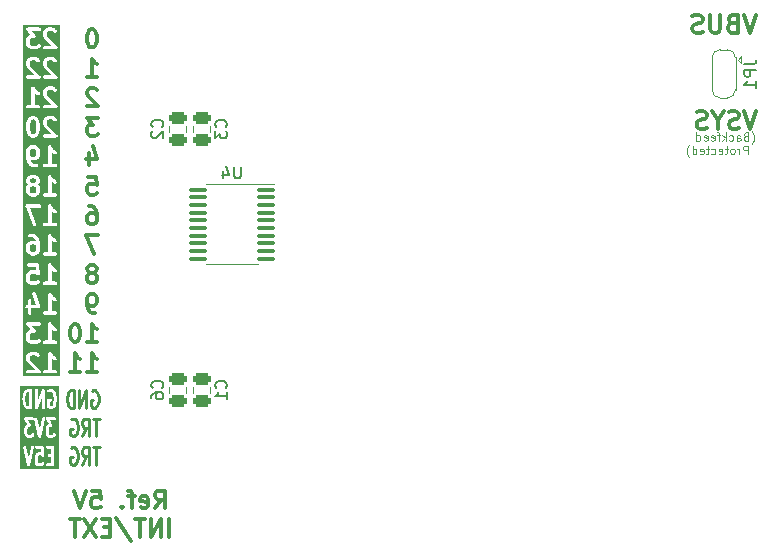
<source format=gbo>
G04 #@! TF.GenerationSoftware,KiCad,Pcbnew,7.0.7*
G04 #@! TF.CreationDate,2023-10-08T00:04:21-07:00*
G04 #@! TF.ProjectId,LogicAnalyzer,4c6f6769-6341-46e6-916c-797a65722e6b,rev?*
G04 #@! TF.SameCoordinates,Original*
G04 #@! TF.FileFunction,Legend,Bot*
G04 #@! TF.FilePolarity,Positive*
%FSLAX46Y46*%
G04 Gerber Fmt 4.6, Leading zero omitted, Abs format (unit mm)*
G04 Created by KiCad (PCBNEW 7.0.7) date 2023-10-08 00:04:21*
%MOMM*%
%LPD*%
G01*
G04 APERTURE LIST*
G04 Aperture macros list*
%AMRoundRect*
0 Rectangle with rounded corners*
0 $1 Rounding radius*
0 $2 $3 $4 $5 $6 $7 $8 $9 X,Y pos of 4 corners*
0 Add a 4 corners polygon primitive as box body*
4,1,4,$2,$3,$4,$5,$6,$7,$8,$9,$2,$3,0*
0 Add four circle primitives for the rounded corners*
1,1,$1+$1,$2,$3*
1,1,$1+$1,$4,$5*
1,1,$1+$1,$6,$7*
1,1,$1+$1,$8,$9*
0 Add four rect primitives between the rounded corners*
20,1,$1+$1,$2,$3,$4,$5,0*
20,1,$1+$1,$4,$5,$6,$7,0*
20,1,$1+$1,$6,$7,$8,$9,0*
20,1,$1+$1,$8,$9,$2,$3,0*%
%AMFreePoly0*
4,1,19,0.550000,-0.750000,0.000000,-0.750000,0.000000,-0.744911,-0.071157,-0.744911,-0.207708,-0.704816,-0.327430,-0.627875,-0.420627,-0.520320,-0.479746,-0.390866,-0.500000,-0.250000,-0.500000,0.250000,-0.479746,0.390866,-0.420627,0.520320,-0.327430,0.627875,-0.207708,0.704816,-0.071157,0.744911,0.000000,0.744911,0.000000,0.750000,0.550000,0.750000,0.550000,-0.750000,0.550000,-0.750000,
$1*%
%AMFreePoly1*
4,1,19,0.000000,0.744911,0.071157,0.744911,0.207708,0.704816,0.327430,0.627875,0.420627,0.520320,0.479746,0.390866,0.500000,0.250000,0.500000,-0.250000,0.479746,-0.390866,0.420627,-0.520320,0.327430,-0.627875,0.207708,-0.704816,0.071157,-0.744911,0.000000,-0.744911,0.000000,-0.750000,-0.550000,-0.750000,-0.550000,0.750000,0.000000,0.750000,0.000000,0.744911,0.000000,0.744911,
$1*%
G04 Aperture macros list end*
%ADD10C,0.300000*%
%ADD11C,0.250000*%
%ADD12C,0.100000*%
%ADD13C,0.150000*%
%ADD14C,0.120000*%
%ADD15C,3.600000*%
%ADD16C,5.600000*%
%ADD17R,1.700000X1.700000*%
%ADD18O,1.700000X1.700000*%
%ADD19C,0.900000*%
%ADD20O,1.800000X1.800000*%
%ADD21O,1.500000X1.500000*%
%ADD22FreePoly0,270.000000*%
%ADD23R,1.500000X1.000000*%
%ADD24FreePoly1,270.000000*%
%ADD25RoundRect,0.100000X0.637500X0.100000X-0.637500X0.100000X-0.637500X-0.100000X0.637500X-0.100000X0*%
%ADD26RoundRect,0.250000X0.475000X-0.250000X0.475000X0.250000X-0.475000X0.250000X-0.475000X-0.250000X0*%
%ADD27RoundRect,0.250000X-0.475000X0.250000X-0.475000X-0.250000X0.475000X-0.250000X0.475000X0.250000X0*%
G04 APERTURE END LIST*
D10*
X77568856Y-113463828D02*
X78068856Y-112749542D01*
X78425999Y-113463828D02*
X78425999Y-111963828D01*
X78425999Y-111963828D02*
X77854570Y-111963828D01*
X77854570Y-111963828D02*
X77711713Y-112035257D01*
X77711713Y-112035257D02*
X77640284Y-112106685D01*
X77640284Y-112106685D02*
X77568856Y-112249542D01*
X77568856Y-112249542D02*
X77568856Y-112463828D01*
X77568856Y-112463828D02*
X77640284Y-112606685D01*
X77640284Y-112606685D02*
X77711713Y-112678114D01*
X77711713Y-112678114D02*
X77854570Y-112749542D01*
X77854570Y-112749542D02*
X78425999Y-112749542D01*
X76354570Y-113392400D02*
X76497427Y-113463828D01*
X76497427Y-113463828D02*
X76783142Y-113463828D01*
X76783142Y-113463828D02*
X76925999Y-113392400D01*
X76925999Y-113392400D02*
X76997427Y-113249542D01*
X76997427Y-113249542D02*
X76997427Y-112678114D01*
X76997427Y-112678114D02*
X76925999Y-112535257D01*
X76925999Y-112535257D02*
X76783142Y-112463828D01*
X76783142Y-112463828D02*
X76497427Y-112463828D01*
X76497427Y-112463828D02*
X76354570Y-112535257D01*
X76354570Y-112535257D02*
X76283142Y-112678114D01*
X76283142Y-112678114D02*
X76283142Y-112820971D01*
X76283142Y-112820971D02*
X76997427Y-112963828D01*
X75854570Y-112463828D02*
X75283142Y-112463828D01*
X75640285Y-113463828D02*
X75640285Y-112178114D01*
X75640285Y-112178114D02*
X75568856Y-112035257D01*
X75568856Y-112035257D02*
X75425999Y-111963828D01*
X75425999Y-111963828D02*
X75283142Y-111963828D01*
X74783142Y-113320971D02*
X74711713Y-113392400D01*
X74711713Y-113392400D02*
X74783142Y-113463828D01*
X74783142Y-113463828D02*
X74854570Y-113392400D01*
X74854570Y-113392400D02*
X74783142Y-113320971D01*
X74783142Y-113320971D02*
X74783142Y-113463828D01*
X72211713Y-111963828D02*
X72925999Y-111963828D01*
X72925999Y-111963828D02*
X72997427Y-112678114D01*
X72997427Y-112678114D02*
X72925999Y-112606685D01*
X72925999Y-112606685D02*
X72783142Y-112535257D01*
X72783142Y-112535257D02*
X72425999Y-112535257D01*
X72425999Y-112535257D02*
X72283142Y-112606685D01*
X72283142Y-112606685D02*
X72211713Y-112678114D01*
X72211713Y-112678114D02*
X72140284Y-112820971D01*
X72140284Y-112820971D02*
X72140284Y-113178114D01*
X72140284Y-113178114D02*
X72211713Y-113320971D01*
X72211713Y-113320971D02*
X72283142Y-113392400D01*
X72283142Y-113392400D02*
X72425999Y-113463828D01*
X72425999Y-113463828D02*
X72783142Y-113463828D01*
X72783142Y-113463828D02*
X72925999Y-113392400D01*
X72925999Y-113392400D02*
X72997427Y-113320971D01*
X71711713Y-111963828D02*
X71211713Y-113463828D01*
X71211713Y-113463828D02*
X70711713Y-111963828D01*
X78783143Y-115878828D02*
X78783143Y-114378828D01*
X78068857Y-115878828D02*
X78068857Y-114378828D01*
X78068857Y-114378828D02*
X77211714Y-115878828D01*
X77211714Y-115878828D02*
X77211714Y-114378828D01*
X76711713Y-114378828D02*
X75854571Y-114378828D01*
X76283142Y-115878828D02*
X76283142Y-114378828D01*
X74283142Y-114307400D02*
X75568856Y-116235971D01*
X73783142Y-115093114D02*
X73283142Y-115093114D01*
X73068856Y-115878828D02*
X73783142Y-115878828D01*
X73783142Y-115878828D02*
X73783142Y-114378828D01*
X73783142Y-114378828D02*
X73068856Y-114378828D01*
X72568856Y-114378828D02*
X71568856Y-115878828D01*
X71568856Y-114378828D02*
X72568856Y-115878828D01*
X71211713Y-114378828D02*
X70354571Y-114378828D01*
X70783142Y-115878828D02*
X70783142Y-114378828D01*
D11*
X72225622Y-103526857D02*
X72320860Y-103455428D01*
X72320860Y-103455428D02*
X72463717Y-103455428D01*
X72463717Y-103455428D02*
X72606574Y-103526857D01*
X72606574Y-103526857D02*
X72701812Y-103669714D01*
X72701812Y-103669714D02*
X72749431Y-103812571D01*
X72749431Y-103812571D02*
X72797050Y-104098285D01*
X72797050Y-104098285D02*
X72797050Y-104312571D01*
X72797050Y-104312571D02*
X72749431Y-104598285D01*
X72749431Y-104598285D02*
X72701812Y-104741142D01*
X72701812Y-104741142D02*
X72606574Y-104884000D01*
X72606574Y-104884000D02*
X72463717Y-104955428D01*
X72463717Y-104955428D02*
X72368479Y-104955428D01*
X72368479Y-104955428D02*
X72225622Y-104884000D01*
X72225622Y-104884000D02*
X72178003Y-104812571D01*
X72178003Y-104812571D02*
X72178003Y-104312571D01*
X72178003Y-104312571D02*
X72368479Y-104312571D01*
X71749431Y-104955428D02*
X71749431Y-103455428D01*
X71749431Y-103455428D02*
X71178003Y-104955428D01*
X71178003Y-104955428D02*
X71178003Y-103455428D01*
X70701812Y-104955428D02*
X70701812Y-103455428D01*
X70701812Y-103455428D02*
X70463717Y-103455428D01*
X70463717Y-103455428D02*
X70320860Y-103526857D01*
X70320860Y-103526857D02*
X70225622Y-103669714D01*
X70225622Y-103669714D02*
X70178003Y-103812571D01*
X70178003Y-103812571D02*
X70130384Y-104098285D01*
X70130384Y-104098285D02*
X70130384Y-104312571D01*
X70130384Y-104312571D02*
X70178003Y-104598285D01*
X70178003Y-104598285D02*
X70225622Y-104741142D01*
X70225622Y-104741142D02*
X70320860Y-104884000D01*
X70320860Y-104884000D02*
X70463717Y-104955428D01*
X70463717Y-104955428D02*
X70701812Y-104955428D01*
X72892288Y-105870428D02*
X72320860Y-105870428D01*
X72606574Y-107370428D02*
X72606574Y-105870428D01*
X71416098Y-107370428D02*
X71749431Y-106656142D01*
X71987526Y-107370428D02*
X71987526Y-105870428D01*
X71987526Y-105870428D02*
X71606574Y-105870428D01*
X71606574Y-105870428D02*
X71511336Y-105941857D01*
X71511336Y-105941857D02*
X71463717Y-106013285D01*
X71463717Y-106013285D02*
X71416098Y-106156142D01*
X71416098Y-106156142D02*
X71416098Y-106370428D01*
X71416098Y-106370428D02*
X71463717Y-106513285D01*
X71463717Y-106513285D02*
X71511336Y-106584714D01*
X71511336Y-106584714D02*
X71606574Y-106656142D01*
X71606574Y-106656142D02*
X71987526Y-106656142D01*
X70463717Y-105941857D02*
X70558955Y-105870428D01*
X70558955Y-105870428D02*
X70701812Y-105870428D01*
X70701812Y-105870428D02*
X70844669Y-105941857D01*
X70844669Y-105941857D02*
X70939907Y-106084714D01*
X70939907Y-106084714D02*
X70987526Y-106227571D01*
X70987526Y-106227571D02*
X71035145Y-106513285D01*
X71035145Y-106513285D02*
X71035145Y-106727571D01*
X71035145Y-106727571D02*
X70987526Y-107013285D01*
X70987526Y-107013285D02*
X70939907Y-107156142D01*
X70939907Y-107156142D02*
X70844669Y-107299000D01*
X70844669Y-107299000D02*
X70701812Y-107370428D01*
X70701812Y-107370428D02*
X70606574Y-107370428D01*
X70606574Y-107370428D02*
X70463717Y-107299000D01*
X70463717Y-107299000D02*
X70416098Y-107227571D01*
X70416098Y-107227571D02*
X70416098Y-106727571D01*
X70416098Y-106727571D02*
X70606574Y-106727571D01*
X72892288Y-108285428D02*
X72320860Y-108285428D01*
X72606574Y-109785428D02*
X72606574Y-108285428D01*
X71416098Y-109785428D02*
X71749431Y-109071142D01*
X71987526Y-109785428D02*
X71987526Y-108285428D01*
X71987526Y-108285428D02*
X71606574Y-108285428D01*
X71606574Y-108285428D02*
X71511336Y-108356857D01*
X71511336Y-108356857D02*
X71463717Y-108428285D01*
X71463717Y-108428285D02*
X71416098Y-108571142D01*
X71416098Y-108571142D02*
X71416098Y-108785428D01*
X71416098Y-108785428D02*
X71463717Y-108928285D01*
X71463717Y-108928285D02*
X71511336Y-108999714D01*
X71511336Y-108999714D02*
X71606574Y-109071142D01*
X71606574Y-109071142D02*
X71987526Y-109071142D01*
X70463717Y-108356857D02*
X70558955Y-108285428D01*
X70558955Y-108285428D02*
X70701812Y-108285428D01*
X70701812Y-108285428D02*
X70844669Y-108356857D01*
X70844669Y-108356857D02*
X70939907Y-108499714D01*
X70939907Y-108499714D02*
X70987526Y-108642571D01*
X70987526Y-108642571D02*
X71035145Y-108928285D01*
X71035145Y-108928285D02*
X71035145Y-109142571D01*
X71035145Y-109142571D02*
X70987526Y-109428285D01*
X70987526Y-109428285D02*
X70939907Y-109571142D01*
X70939907Y-109571142D02*
X70844669Y-109714000D01*
X70844669Y-109714000D02*
X70701812Y-109785428D01*
X70701812Y-109785428D02*
X70606574Y-109785428D01*
X70606574Y-109785428D02*
X70463717Y-109714000D01*
X70463717Y-109714000D02*
X70416098Y-109642571D01*
X70416098Y-109642571D02*
X70416098Y-109142571D01*
X70416098Y-109142571D02*
X70606574Y-109142571D01*
G36*
X66931094Y-104830428D02*
G01*
X66847507Y-104830428D01*
X66760735Y-104787042D01*
X66693194Y-104685731D01*
X66653971Y-104568062D01*
X66609666Y-104302227D01*
X66609666Y-104108629D01*
X66653971Y-103842793D01*
X66693195Y-103725123D01*
X66760734Y-103623814D01*
X66847507Y-103580428D01*
X66931094Y-103580428D01*
X66931094Y-104830428D01*
G37*
G36*
X69490618Y-110124714D02*
G01*
X66145380Y-110124714D01*
X66145380Y-108277068D01*
X66431374Y-108277068D01*
X66434072Y-108312544D01*
X66767405Y-109812545D01*
X66771542Y-109820042D01*
X66772115Y-109828587D01*
X66788302Y-109850413D01*
X66801435Y-109874211D01*
X66808971Y-109878282D01*
X66814072Y-109885160D01*
X66839491Y-109894770D01*
X66863403Y-109907689D01*
X66871941Y-109907040D01*
X66879953Y-109910069D01*
X66906535Y-109904410D01*
X66933634Y-109902351D01*
X66940466Y-109897188D01*
X66948844Y-109895405D01*
X66968146Y-109876273D01*
X66989830Y-109859890D01*
X66992787Y-109851851D01*
X66998869Y-109845824D01*
X67011451Y-109812544D01*
X67080969Y-109499714D01*
X67383476Y-109499714D01*
X67384135Y-109501960D01*
X67383557Y-109504232D01*
X67389891Y-109539242D01*
X67437509Y-109682099D01*
X67438642Y-109683730D01*
X67452088Y-109711908D01*
X67499708Y-109783337D01*
X67502366Y-109785563D01*
X67503578Y-109788820D01*
X67528714Y-109814000D01*
X67623952Y-109885428D01*
X67644909Y-109893266D01*
X67663735Y-109905365D01*
X67685699Y-109908522D01*
X67689922Y-109910102D01*
X67692619Y-109909517D01*
X67698952Y-109910428D01*
X67937047Y-109910428D01*
X67958514Y-109904124D01*
X67980835Y-109902508D01*
X68000302Y-109891854D01*
X68004627Y-109890585D01*
X68006434Y-109888499D01*
X68012047Y-109885428D01*
X68107285Y-109814000D01*
X68109362Y-109811219D01*
X68112544Y-109809831D01*
X68118472Y-109803217D01*
X68337129Y-109803217D01*
X68366388Y-109867286D01*
X68425640Y-109905365D01*
X68460857Y-109910428D01*
X68937047Y-109910428D01*
X68945802Y-109907857D01*
X68954836Y-109909156D01*
X68979068Y-109898089D01*
X69004627Y-109890585D01*
X69010602Y-109883688D01*
X69018905Y-109879897D01*
X69033308Y-109857484D01*
X69050751Y-109837355D01*
X69052049Y-109828322D01*
X69056984Y-109820645D01*
X69062047Y-109785428D01*
X69062047Y-108285428D01*
X69059476Y-108276672D01*
X69060775Y-108267639D01*
X69049708Y-108243406D01*
X69042204Y-108217848D01*
X69035307Y-108211872D01*
X69031516Y-108203570D01*
X69009103Y-108189166D01*
X68988974Y-108171724D01*
X68979941Y-108170425D01*
X68972264Y-108165491D01*
X68937047Y-108160428D01*
X68460857Y-108160428D01*
X68393277Y-108180271D01*
X68347153Y-108233501D01*
X68337129Y-108303217D01*
X68366388Y-108367286D01*
X68425640Y-108405365D01*
X68460857Y-108410428D01*
X68812047Y-108410428D01*
X68812047Y-108874714D01*
X68603714Y-108874714D01*
X68536134Y-108894557D01*
X68490010Y-108947787D01*
X68479986Y-109017503D01*
X68509245Y-109081572D01*
X68568497Y-109119651D01*
X68603714Y-109124714D01*
X68812047Y-109124714D01*
X68812047Y-109660428D01*
X68460857Y-109660428D01*
X68393277Y-109680271D01*
X68347153Y-109733501D01*
X68337129Y-109803217D01*
X68118472Y-109803217D01*
X68136292Y-109783337D01*
X68183911Y-109711908D01*
X68204887Y-109644671D01*
X68186181Y-109576767D01*
X68133734Y-109529755D01*
X68064196Y-109518561D01*
X67999645Y-109546740D01*
X67975898Y-109573234D01*
X67940155Y-109626847D01*
X67895381Y-109660428D01*
X67740618Y-109660428D01*
X67695844Y-109626847D01*
X67669385Y-109587160D01*
X67633476Y-109479430D01*
X67633476Y-109162854D01*
X67669385Y-109055124D01*
X67695844Y-109015437D01*
X67740618Y-108981857D01*
X67895381Y-108981857D01*
X67940155Y-109015437D01*
X67975898Y-109069051D01*
X67978363Y-109071116D01*
X67979475Y-109074140D01*
X68005189Y-109093583D01*
X68029894Y-109114275D01*
X68033088Y-109114679D01*
X68035656Y-109116621D01*
X68067792Y-109119075D01*
X68099769Y-109123126D01*
X68102674Y-109121739D01*
X68105884Y-109121985D01*
X68134250Y-109106673D01*
X68163337Y-109092795D01*
X68165031Y-109090058D01*
X68167865Y-109088529D01*
X68183450Y-109060310D01*
X68200416Y-109032911D01*
X68200361Y-109029692D01*
X68201918Y-109026875D01*
X68204627Y-108991400D01*
X68157008Y-108277113D01*
X68155313Y-108272502D01*
X68156013Y-108267639D01*
X68143283Y-108239763D01*
X68132714Y-108211003D01*
X68128795Y-108208039D01*
X68126754Y-108203570D01*
X68100970Y-108187000D01*
X68076534Y-108168522D01*
X68071636Y-108168147D01*
X68067502Y-108165491D01*
X68032285Y-108160428D01*
X67556095Y-108160428D01*
X67488515Y-108180271D01*
X67442391Y-108233501D01*
X67432367Y-108303217D01*
X67461626Y-108367286D01*
X67520878Y-108405365D01*
X67556095Y-108410428D01*
X67915341Y-108410428D01*
X67936770Y-108731857D01*
X67698952Y-108731857D01*
X67677484Y-108738160D01*
X67655164Y-108739777D01*
X67635696Y-108750430D01*
X67631372Y-108751700D01*
X67629564Y-108753785D01*
X67623952Y-108756857D01*
X67528714Y-108828285D01*
X67526636Y-108831065D01*
X67523455Y-108832454D01*
X67499708Y-108858948D01*
X67452088Y-108930377D01*
X67451496Y-108932273D01*
X67437509Y-108960186D01*
X67389891Y-109103043D01*
X67389806Y-109105381D01*
X67388539Y-109107354D01*
X67383476Y-109142571D01*
X67383476Y-109499714D01*
X67080969Y-109499714D01*
X67344784Y-108312544D01*
X67340074Y-108242269D01*
X67298117Y-108185696D01*
X67232236Y-108160787D01*
X67163346Y-108175451D01*
X67113320Y-108225031D01*
X67100738Y-108258311D01*
X66889427Y-109209207D01*
X66678118Y-108258312D01*
X66644088Y-108196646D01*
X66582120Y-108163167D01*
X66511889Y-108168505D01*
X66455693Y-108210966D01*
X66431374Y-108277068D01*
X66145380Y-108277068D01*
X66145380Y-107084714D01*
X66502523Y-107084714D01*
X66503182Y-107086960D01*
X66502604Y-107089232D01*
X66508938Y-107124242D01*
X66556556Y-107267099D01*
X66557689Y-107268730D01*
X66571135Y-107296908D01*
X66618755Y-107368337D01*
X66621413Y-107370563D01*
X66622625Y-107373820D01*
X66647761Y-107399000D01*
X66742999Y-107470428D01*
X66763956Y-107478266D01*
X66782782Y-107490365D01*
X66804746Y-107493522D01*
X66808969Y-107495102D01*
X66811666Y-107494517D01*
X66817999Y-107495428D01*
X67103713Y-107495428D01*
X67125180Y-107489124D01*
X67147501Y-107487508D01*
X67166968Y-107476854D01*
X67171293Y-107475585D01*
X67173100Y-107473499D01*
X67178713Y-107470428D01*
X67273951Y-107399000D01*
X67276028Y-107396219D01*
X67279210Y-107394831D01*
X67302958Y-107368337D01*
X67350577Y-107296908D01*
X67371553Y-107229671D01*
X67352847Y-107161767D01*
X67300400Y-107114755D01*
X67230862Y-107103561D01*
X67166311Y-107131740D01*
X67142564Y-107158234D01*
X67106821Y-107211847D01*
X67062047Y-107245428D01*
X66859665Y-107245428D01*
X66814891Y-107211847D01*
X66788432Y-107172160D01*
X66752523Y-107064430D01*
X66752523Y-106747854D01*
X66788432Y-106640124D01*
X66814891Y-106600437D01*
X66859665Y-106566857D01*
X66960856Y-106566857D01*
X66967000Y-106565052D01*
X66973295Y-106566237D01*
X67000388Y-106555249D01*
X67028436Y-106547014D01*
X67032629Y-106542173D01*
X67038565Y-106539767D01*
X67055415Y-106515877D01*
X67074560Y-106493784D01*
X67075471Y-106487444D01*
X67079163Y-106482211D01*
X67080423Y-106453003D01*
X67084584Y-106424068D01*
X67081923Y-106418242D01*
X67082200Y-106411844D01*
X67068828Y-106378873D01*
X66845152Y-105995428D01*
X67246570Y-105995428D01*
X67314150Y-105975585D01*
X67360274Y-105922355D01*
X67363370Y-105900818D01*
X67695976Y-107397545D01*
X67700113Y-107405042D01*
X67700686Y-107413587D01*
X67716873Y-107435413D01*
X67730006Y-107459211D01*
X67737542Y-107463282D01*
X67742643Y-107470160D01*
X67768062Y-107479770D01*
X67791974Y-107492689D01*
X67800512Y-107492040D01*
X67808524Y-107495069D01*
X67835106Y-107489410D01*
X67862205Y-107487351D01*
X67869037Y-107482188D01*
X67877415Y-107480405D01*
X67896717Y-107461273D01*
X67918401Y-107444890D01*
X67921358Y-107436851D01*
X67927440Y-107430824D01*
X67940022Y-107397544D01*
X68009540Y-107084714D01*
X68312047Y-107084714D01*
X68312706Y-107086960D01*
X68312128Y-107089232D01*
X68318462Y-107124242D01*
X68366080Y-107267099D01*
X68367213Y-107268730D01*
X68380659Y-107296908D01*
X68428279Y-107368337D01*
X68430937Y-107370563D01*
X68432149Y-107373820D01*
X68457285Y-107399000D01*
X68552523Y-107470428D01*
X68573480Y-107478266D01*
X68592306Y-107490365D01*
X68614270Y-107493522D01*
X68618493Y-107495102D01*
X68621190Y-107494517D01*
X68627523Y-107495428D01*
X68913237Y-107495428D01*
X68934704Y-107489124D01*
X68957025Y-107487508D01*
X68976492Y-107476854D01*
X68980817Y-107475585D01*
X68982624Y-107473499D01*
X68988237Y-107470428D01*
X69083475Y-107399000D01*
X69085552Y-107396219D01*
X69088734Y-107394831D01*
X69112482Y-107368337D01*
X69160101Y-107296908D01*
X69181077Y-107229671D01*
X69162371Y-107161767D01*
X69109924Y-107114755D01*
X69040386Y-107103561D01*
X68975835Y-107131740D01*
X68952088Y-107158234D01*
X68916345Y-107211847D01*
X68871571Y-107245428D01*
X68669189Y-107245428D01*
X68624415Y-107211847D01*
X68597956Y-107172160D01*
X68562047Y-107064430D01*
X68562047Y-106747854D01*
X68597956Y-106640124D01*
X68624415Y-106600437D01*
X68669189Y-106566857D01*
X68770380Y-106566857D01*
X68776524Y-106565052D01*
X68782819Y-106566237D01*
X68809912Y-106555249D01*
X68837960Y-106547014D01*
X68842153Y-106542173D01*
X68848089Y-106539767D01*
X68864939Y-106515877D01*
X68884084Y-106493784D01*
X68884995Y-106487444D01*
X68888687Y-106482211D01*
X68889947Y-106453003D01*
X68894108Y-106424068D01*
X68891447Y-106418242D01*
X68891724Y-106411844D01*
X68878352Y-106378873D01*
X68654676Y-105995428D01*
X69056094Y-105995428D01*
X69123674Y-105975585D01*
X69169798Y-105922355D01*
X69179822Y-105852639D01*
X69150563Y-105788570D01*
X69091311Y-105750491D01*
X69056094Y-105745428D01*
X68437047Y-105745428D01*
X68430902Y-105747232D01*
X68424608Y-105746048D01*
X68397514Y-105757035D01*
X68369467Y-105765271D01*
X68365273Y-105770111D01*
X68359338Y-105772518D01*
X68342485Y-105796408D01*
X68323343Y-105818501D01*
X68322431Y-105824839D01*
X68318740Y-105830073D01*
X68317479Y-105859281D01*
X68313319Y-105888217D01*
X68315979Y-105894042D01*
X68315703Y-105900441D01*
X68329075Y-105933412D01*
X68563684Y-106335601D01*
X68559943Y-106336700D01*
X68558135Y-106338785D01*
X68552523Y-106341857D01*
X68457285Y-106413285D01*
X68455207Y-106416065D01*
X68452026Y-106417454D01*
X68428279Y-106443948D01*
X68380659Y-106515377D01*
X68380067Y-106517273D01*
X68366080Y-106545186D01*
X68318462Y-106688043D01*
X68318377Y-106690381D01*
X68317110Y-106692354D01*
X68312047Y-106727571D01*
X68312047Y-107084714D01*
X68009540Y-107084714D01*
X68273355Y-105897544D01*
X68268645Y-105827269D01*
X68226688Y-105770696D01*
X68160807Y-105745787D01*
X68091917Y-105760451D01*
X68041891Y-105810031D01*
X68029309Y-105843311D01*
X67817998Y-106794207D01*
X67606689Y-105843312D01*
X67572659Y-105781646D01*
X67510691Y-105748167D01*
X67440460Y-105753505D01*
X67384264Y-105795966D01*
X67366485Y-105844290D01*
X67341039Y-105788570D01*
X67281787Y-105750491D01*
X67246570Y-105745428D01*
X66627523Y-105745428D01*
X66621378Y-105747232D01*
X66615084Y-105746048D01*
X66587990Y-105757035D01*
X66559943Y-105765271D01*
X66555749Y-105770111D01*
X66549814Y-105772518D01*
X66532961Y-105796408D01*
X66513819Y-105818501D01*
X66512907Y-105824839D01*
X66509216Y-105830073D01*
X66507955Y-105859281D01*
X66503795Y-105888217D01*
X66506455Y-105894042D01*
X66506179Y-105900441D01*
X66519551Y-105933412D01*
X66754160Y-106335601D01*
X66750419Y-106336700D01*
X66748611Y-106338785D01*
X66742999Y-106341857D01*
X66647761Y-106413285D01*
X66645683Y-106416065D01*
X66642502Y-106417454D01*
X66618755Y-106443948D01*
X66571135Y-106515377D01*
X66570543Y-106517273D01*
X66556556Y-106545186D01*
X66508938Y-106688043D01*
X66508853Y-106690381D01*
X66507586Y-106692354D01*
X66502523Y-106727571D01*
X66502523Y-107084714D01*
X66145380Y-107084714D01*
X66145380Y-104312571D01*
X66359666Y-104312571D01*
X66361009Y-104317146D01*
X66361367Y-104333121D01*
X66408986Y-104618835D01*
X66411030Y-104623060D01*
X66413700Y-104637813D01*
X66461318Y-104780670D01*
X66462451Y-104782301D01*
X66475897Y-104810479D01*
X66571136Y-104953338D01*
X66582460Y-104962822D01*
X66590006Y-104975526D01*
X66619241Y-104995804D01*
X66762098Y-105067232D01*
X66773249Y-105069238D01*
X66782782Y-105075365D01*
X66817999Y-105080428D01*
X67056094Y-105080428D01*
X67064849Y-105077857D01*
X67073883Y-105079156D01*
X67098115Y-105068089D01*
X67123674Y-105060585D01*
X67129649Y-105053688D01*
X67137952Y-105049897D01*
X67152355Y-105027484D01*
X67169798Y-105007355D01*
X67171096Y-104998322D01*
X67176031Y-104990645D01*
X67181094Y-104955428D01*
X67407285Y-104955428D01*
X67410988Y-104968040D01*
X67409959Y-104981145D01*
X67420719Y-105001182D01*
X67427128Y-105023008D01*
X67437063Y-105031617D01*
X67443282Y-105043197D01*
X67463167Y-105054236D01*
X67480358Y-105069132D01*
X67493369Y-105071002D01*
X67504862Y-105077383D01*
X67527559Y-105075918D01*
X67550074Y-105079156D01*
X67562031Y-105073695D01*
X67575150Y-105072849D01*
X67593454Y-105059345D01*
X67614143Y-105049897D01*
X67621249Y-105038839D01*
X67631828Y-105031035D01*
X67649096Y-104999927D01*
X67978713Y-104134682D01*
X67978713Y-104955428D01*
X67998556Y-105023008D01*
X68051786Y-105069132D01*
X68121502Y-105079156D01*
X68185571Y-105049897D01*
X68223650Y-104990645D01*
X68228713Y-104955428D01*
X68228713Y-104812571D01*
X68407285Y-104812571D01*
X68412636Y-104830797D01*
X68412956Y-104849797D01*
X68426629Y-104878453D01*
X68427128Y-104880151D01*
X68427659Y-104880611D01*
X68428278Y-104881908D01*
X68475898Y-104953337D01*
X68487222Y-104962821D01*
X68494768Y-104975526D01*
X68524003Y-104995804D01*
X68666860Y-105067232D01*
X68678011Y-105069238D01*
X68687544Y-105075365D01*
X68722761Y-105080428D01*
X68817999Y-105080428D01*
X68828871Y-105077235D01*
X68840137Y-105078452D01*
X68873900Y-105067232D01*
X69016758Y-104995803D01*
X69027574Y-104985742D01*
X69041115Y-104979831D01*
X69064863Y-104953337D01*
X69160101Y-104810479D01*
X69160692Y-104808581D01*
X69174679Y-104780670D01*
X69222298Y-104637814D01*
X69222467Y-104633122D01*
X69227012Y-104618835D01*
X69274631Y-104333121D01*
X69274058Y-104328387D01*
X69276332Y-104312571D01*
X69276332Y-104098285D01*
X69274988Y-104093709D01*
X69274631Y-104077735D01*
X69227012Y-103792021D01*
X69224967Y-103787796D01*
X69222298Y-103773042D01*
X69174679Y-103630186D01*
X69173549Y-103628560D01*
X69160100Y-103600377D01*
X69064862Y-103457519D01*
X69053537Y-103448034D01*
X69045993Y-103435332D01*
X69016758Y-103415054D01*
X68873901Y-103343625D01*
X68862750Y-103341618D01*
X68853216Y-103335491D01*
X68817999Y-103330428D01*
X68675142Y-103330428D01*
X68653674Y-103336731D01*
X68631353Y-103338348D01*
X68611885Y-103349001D01*
X68607562Y-103350271D01*
X68605755Y-103352356D01*
X68600142Y-103355428D01*
X68504904Y-103426857D01*
X68462746Y-103483280D01*
X68457785Y-103553538D01*
X68491595Y-103615325D01*
X68553444Y-103649025D01*
X68623693Y-103643937D01*
X68654904Y-103626857D01*
X68716809Y-103580428D01*
X68788491Y-103580428D01*
X68875262Y-103623814D01*
X68942803Y-103725124D01*
X68982026Y-103842798D01*
X69026332Y-104108629D01*
X69026332Y-104302226D01*
X68982026Y-104568057D01*
X68942803Y-104685731D01*
X68875263Y-104787041D01*
X68788490Y-104830428D01*
X68752269Y-104830428D01*
X68665497Y-104787042D01*
X68657285Y-104774723D01*
X68657285Y-104437571D01*
X68722761Y-104437571D01*
X68790341Y-104417728D01*
X68836465Y-104364498D01*
X68846489Y-104294782D01*
X68817230Y-104230713D01*
X68757978Y-104192634D01*
X68722761Y-104187571D01*
X68532285Y-104187571D01*
X68523529Y-104190141D01*
X68514496Y-104188843D01*
X68490263Y-104199909D01*
X68464705Y-104207414D01*
X68458729Y-104214310D01*
X68450427Y-104218102D01*
X68436023Y-104240514D01*
X68418581Y-104260644D01*
X68417282Y-104269676D01*
X68412348Y-104277354D01*
X68407285Y-104312571D01*
X68407285Y-104812571D01*
X68228713Y-104812571D01*
X68228713Y-103455428D01*
X68225009Y-103442815D01*
X68226039Y-103429711D01*
X68215278Y-103409673D01*
X68208870Y-103387848D01*
X68198934Y-103379238D01*
X68192716Y-103367659D01*
X68172830Y-103356619D01*
X68155640Y-103341724D01*
X68142628Y-103339853D01*
X68131136Y-103333473D01*
X68108438Y-103334937D01*
X68085924Y-103331700D01*
X68073966Y-103337160D01*
X68060848Y-103338007D01*
X68042543Y-103351510D01*
X68021855Y-103360959D01*
X68014748Y-103372016D01*
X68004170Y-103379821D01*
X67986902Y-103410929D01*
X67657285Y-104276174D01*
X67657285Y-103455428D01*
X67637442Y-103387848D01*
X67584212Y-103341724D01*
X67514496Y-103331700D01*
X67450427Y-103360959D01*
X67412348Y-103420211D01*
X67407285Y-103455428D01*
X67407285Y-104955428D01*
X67181094Y-104955428D01*
X67181094Y-103455428D01*
X67178523Y-103446672D01*
X67179822Y-103437639D01*
X67168755Y-103413406D01*
X67161251Y-103387848D01*
X67154354Y-103381872D01*
X67150563Y-103373570D01*
X67128150Y-103359166D01*
X67108021Y-103341724D01*
X67098988Y-103340425D01*
X67091311Y-103335491D01*
X67056094Y-103330428D01*
X66817999Y-103330428D01*
X66807126Y-103333620D01*
X66795860Y-103332404D01*
X66762097Y-103343625D01*
X66619240Y-103415054D01*
X66608425Y-103425113D01*
X66594883Y-103431025D01*
X66571136Y-103457519D01*
X66475898Y-103600376D01*
X66475307Y-103602270D01*
X66461318Y-103630186D01*
X66413700Y-103773043D01*
X66413530Y-103777732D01*
X66408986Y-103792021D01*
X66361367Y-104077735D01*
X66361939Y-104082468D01*
X66359666Y-104098285D01*
X66359666Y-104312571D01*
X66145380Y-104312571D01*
X66145380Y-103116142D01*
X69490618Y-103116142D01*
X69490618Y-110124714D01*
G37*
D10*
X72311774Y-72902209D02*
X72168917Y-72902209D01*
X72168917Y-72902209D02*
X72026060Y-72976019D01*
X72026060Y-72976019D02*
X71954632Y-73049828D01*
X71954632Y-73049828D02*
X71883203Y-73197447D01*
X71883203Y-73197447D02*
X71811774Y-73492685D01*
X71811774Y-73492685D02*
X71811774Y-73861733D01*
X71811774Y-73861733D02*
X71883203Y-74156971D01*
X71883203Y-74156971D02*
X71954632Y-74304590D01*
X71954632Y-74304590D02*
X72026060Y-74378400D01*
X72026060Y-74378400D02*
X72168917Y-74452209D01*
X72168917Y-74452209D02*
X72311774Y-74452209D01*
X72311774Y-74452209D02*
X72454632Y-74378400D01*
X72454632Y-74378400D02*
X72526060Y-74304590D01*
X72526060Y-74304590D02*
X72597489Y-74156971D01*
X72597489Y-74156971D02*
X72668917Y-73861733D01*
X72668917Y-73861733D02*
X72668917Y-73492685D01*
X72668917Y-73492685D02*
X72597489Y-73197447D01*
X72597489Y-73197447D02*
X72526060Y-73049828D01*
X72526060Y-73049828D02*
X72454632Y-72976019D01*
X72454632Y-72976019D02*
X72311774Y-72902209D01*
X71811774Y-76947709D02*
X72668917Y-76947709D01*
X72240346Y-76947709D02*
X72240346Y-75397709D01*
X72240346Y-75397709D02*
X72383203Y-75619138D01*
X72383203Y-75619138D02*
X72526060Y-75766757D01*
X72526060Y-75766757D02*
X72668917Y-75840566D01*
X72668917Y-78040828D02*
X72597489Y-77967019D01*
X72597489Y-77967019D02*
X72454632Y-77893209D01*
X72454632Y-77893209D02*
X72097489Y-77893209D01*
X72097489Y-77893209D02*
X71954632Y-77967019D01*
X71954632Y-77967019D02*
X71883203Y-78040828D01*
X71883203Y-78040828D02*
X71811774Y-78188447D01*
X71811774Y-78188447D02*
X71811774Y-78336066D01*
X71811774Y-78336066D02*
X71883203Y-78557495D01*
X71883203Y-78557495D02*
X72740346Y-79443209D01*
X72740346Y-79443209D02*
X71811774Y-79443209D01*
X72740346Y-80388709D02*
X71811774Y-80388709D01*
X71811774Y-80388709D02*
X72311774Y-80979185D01*
X72311774Y-80979185D02*
X72097489Y-80979185D01*
X72097489Y-80979185D02*
X71954632Y-81052995D01*
X71954632Y-81052995D02*
X71883203Y-81126804D01*
X71883203Y-81126804D02*
X71811774Y-81274423D01*
X71811774Y-81274423D02*
X71811774Y-81643471D01*
X71811774Y-81643471D02*
X71883203Y-81791090D01*
X71883203Y-81791090D02*
X71954632Y-81864900D01*
X71954632Y-81864900D02*
X72097489Y-81938709D01*
X72097489Y-81938709D02*
X72526060Y-81938709D01*
X72526060Y-81938709D02*
X72668917Y-81864900D01*
X72668917Y-81864900D02*
X72740346Y-81791090D01*
X71954632Y-83400876D02*
X71954632Y-84434209D01*
X72311774Y-82810400D02*
X72668917Y-83917542D01*
X72668917Y-83917542D02*
X71740346Y-83917542D01*
X71883203Y-85379709D02*
X72597489Y-85379709D01*
X72597489Y-85379709D02*
X72668917Y-86117804D01*
X72668917Y-86117804D02*
X72597489Y-86043995D01*
X72597489Y-86043995D02*
X72454632Y-85970185D01*
X72454632Y-85970185D02*
X72097489Y-85970185D01*
X72097489Y-85970185D02*
X71954632Y-86043995D01*
X71954632Y-86043995D02*
X71883203Y-86117804D01*
X71883203Y-86117804D02*
X71811774Y-86265423D01*
X71811774Y-86265423D02*
X71811774Y-86634471D01*
X71811774Y-86634471D02*
X71883203Y-86782090D01*
X71883203Y-86782090D02*
X71954632Y-86855900D01*
X71954632Y-86855900D02*
X72097489Y-86929709D01*
X72097489Y-86929709D02*
X72454632Y-86929709D01*
X72454632Y-86929709D02*
X72597489Y-86855900D01*
X72597489Y-86855900D02*
X72668917Y-86782090D01*
X71954632Y-87875209D02*
X72240346Y-87875209D01*
X72240346Y-87875209D02*
X72383203Y-87949019D01*
X72383203Y-87949019D02*
X72454632Y-88022828D01*
X72454632Y-88022828D02*
X72597489Y-88244257D01*
X72597489Y-88244257D02*
X72668917Y-88539495D01*
X72668917Y-88539495D02*
X72668917Y-89129971D01*
X72668917Y-89129971D02*
X72597489Y-89277590D01*
X72597489Y-89277590D02*
X72526060Y-89351400D01*
X72526060Y-89351400D02*
X72383203Y-89425209D01*
X72383203Y-89425209D02*
X72097489Y-89425209D01*
X72097489Y-89425209D02*
X71954632Y-89351400D01*
X71954632Y-89351400D02*
X71883203Y-89277590D01*
X71883203Y-89277590D02*
X71811774Y-89129971D01*
X71811774Y-89129971D02*
X71811774Y-88760923D01*
X71811774Y-88760923D02*
X71883203Y-88613304D01*
X71883203Y-88613304D02*
X71954632Y-88539495D01*
X71954632Y-88539495D02*
X72097489Y-88465685D01*
X72097489Y-88465685D02*
X72383203Y-88465685D01*
X72383203Y-88465685D02*
X72526060Y-88539495D01*
X72526060Y-88539495D02*
X72597489Y-88613304D01*
X72597489Y-88613304D02*
X72668917Y-88760923D01*
X72740346Y-90370709D02*
X71740346Y-90370709D01*
X71740346Y-90370709D02*
X72383203Y-91920709D01*
X72383203Y-93530495D02*
X72526060Y-93456685D01*
X72526060Y-93456685D02*
X72597489Y-93382876D01*
X72597489Y-93382876D02*
X72668917Y-93235257D01*
X72668917Y-93235257D02*
X72668917Y-93161447D01*
X72668917Y-93161447D02*
X72597489Y-93013828D01*
X72597489Y-93013828D02*
X72526060Y-92940019D01*
X72526060Y-92940019D02*
X72383203Y-92866209D01*
X72383203Y-92866209D02*
X72097489Y-92866209D01*
X72097489Y-92866209D02*
X71954632Y-92940019D01*
X71954632Y-92940019D02*
X71883203Y-93013828D01*
X71883203Y-93013828D02*
X71811774Y-93161447D01*
X71811774Y-93161447D02*
X71811774Y-93235257D01*
X71811774Y-93235257D02*
X71883203Y-93382876D01*
X71883203Y-93382876D02*
X71954632Y-93456685D01*
X71954632Y-93456685D02*
X72097489Y-93530495D01*
X72097489Y-93530495D02*
X72383203Y-93530495D01*
X72383203Y-93530495D02*
X72526060Y-93604304D01*
X72526060Y-93604304D02*
X72597489Y-93678114D01*
X72597489Y-93678114D02*
X72668917Y-93825733D01*
X72668917Y-93825733D02*
X72668917Y-94120971D01*
X72668917Y-94120971D02*
X72597489Y-94268590D01*
X72597489Y-94268590D02*
X72526060Y-94342400D01*
X72526060Y-94342400D02*
X72383203Y-94416209D01*
X72383203Y-94416209D02*
X72097489Y-94416209D01*
X72097489Y-94416209D02*
X71954632Y-94342400D01*
X71954632Y-94342400D02*
X71883203Y-94268590D01*
X71883203Y-94268590D02*
X71811774Y-94120971D01*
X71811774Y-94120971D02*
X71811774Y-93825733D01*
X71811774Y-93825733D02*
X71883203Y-93678114D01*
X71883203Y-93678114D02*
X71954632Y-93604304D01*
X71954632Y-93604304D02*
X72097489Y-93530495D01*
X72526060Y-96911709D02*
X72240346Y-96911709D01*
X72240346Y-96911709D02*
X72097489Y-96837900D01*
X72097489Y-96837900D02*
X72026060Y-96764090D01*
X72026060Y-96764090D02*
X71883203Y-96542661D01*
X71883203Y-96542661D02*
X71811774Y-96247423D01*
X71811774Y-96247423D02*
X71811774Y-95656947D01*
X71811774Y-95656947D02*
X71883203Y-95509328D01*
X71883203Y-95509328D02*
X71954632Y-95435519D01*
X71954632Y-95435519D02*
X72097489Y-95361709D01*
X72097489Y-95361709D02*
X72383203Y-95361709D01*
X72383203Y-95361709D02*
X72526060Y-95435519D01*
X72526060Y-95435519D02*
X72597489Y-95509328D01*
X72597489Y-95509328D02*
X72668917Y-95656947D01*
X72668917Y-95656947D02*
X72668917Y-96025995D01*
X72668917Y-96025995D02*
X72597489Y-96173614D01*
X72597489Y-96173614D02*
X72526060Y-96247423D01*
X72526060Y-96247423D02*
X72383203Y-96321233D01*
X72383203Y-96321233D02*
X72097489Y-96321233D01*
X72097489Y-96321233D02*
X71954632Y-96247423D01*
X71954632Y-96247423D02*
X71883203Y-96173614D01*
X71883203Y-96173614D02*
X71811774Y-96025995D01*
X71811774Y-99407209D02*
X72668917Y-99407209D01*
X72240346Y-99407209D02*
X72240346Y-97857209D01*
X72240346Y-97857209D02*
X72383203Y-98078638D01*
X72383203Y-98078638D02*
X72526060Y-98226257D01*
X72526060Y-98226257D02*
X72668917Y-98300066D01*
X70883203Y-97857209D02*
X70740346Y-97857209D01*
X70740346Y-97857209D02*
X70597489Y-97931019D01*
X70597489Y-97931019D02*
X70526061Y-98004828D01*
X70526061Y-98004828D02*
X70454632Y-98152447D01*
X70454632Y-98152447D02*
X70383203Y-98447685D01*
X70383203Y-98447685D02*
X70383203Y-98816733D01*
X70383203Y-98816733D02*
X70454632Y-99111971D01*
X70454632Y-99111971D02*
X70526061Y-99259590D01*
X70526061Y-99259590D02*
X70597489Y-99333400D01*
X70597489Y-99333400D02*
X70740346Y-99407209D01*
X70740346Y-99407209D02*
X70883203Y-99407209D01*
X70883203Y-99407209D02*
X71026061Y-99333400D01*
X71026061Y-99333400D02*
X71097489Y-99259590D01*
X71097489Y-99259590D02*
X71168918Y-99111971D01*
X71168918Y-99111971D02*
X71240346Y-98816733D01*
X71240346Y-98816733D02*
X71240346Y-98447685D01*
X71240346Y-98447685D02*
X71168918Y-98152447D01*
X71168918Y-98152447D02*
X71097489Y-98004828D01*
X71097489Y-98004828D02*
X71026061Y-97931019D01*
X71026061Y-97931019D02*
X70883203Y-97857209D01*
X71811774Y-101902709D02*
X72668917Y-101902709D01*
X72240346Y-101902709D02*
X72240346Y-100352709D01*
X72240346Y-100352709D02*
X72383203Y-100574138D01*
X72383203Y-100574138D02*
X72526060Y-100721757D01*
X72526060Y-100721757D02*
X72668917Y-100795566D01*
X70383203Y-101902709D02*
X71240346Y-101902709D01*
X70811775Y-101902709D02*
X70811775Y-100352709D01*
X70811775Y-100352709D02*
X70954632Y-100574138D01*
X70954632Y-100574138D02*
X71097489Y-100721757D01*
X71097489Y-100721757D02*
X71240346Y-100795566D01*
G36*
X67450795Y-91156975D02*
G01*
X67488381Y-91195813D01*
X67534346Y-91290806D01*
X67534346Y-91591087D01*
X67488382Y-91686080D01*
X67450794Y-91724920D01*
X67362172Y-91770709D01*
X67149379Y-91770709D01*
X67060753Y-91724919D01*
X67023169Y-91686082D01*
X66977202Y-91591086D01*
X66977202Y-91290807D01*
X67023167Y-91195814D01*
X67060755Y-91156974D01*
X67149379Y-91111185D01*
X67362171Y-91111185D01*
X67450795Y-91156975D01*
G37*
G36*
X67450794Y-86239783D02*
G01*
X67488382Y-86278623D01*
X67534346Y-86373616D01*
X67534346Y-86600087D01*
X67488382Y-86695080D01*
X67450794Y-86733920D01*
X67362172Y-86779709D01*
X67149379Y-86779709D01*
X67060753Y-86733919D01*
X67023169Y-86695082D01*
X66977203Y-86600086D01*
X66977203Y-86373617D01*
X67023169Y-86278621D01*
X67060753Y-86239784D01*
X67149379Y-86193995D01*
X67362172Y-86193995D01*
X67450794Y-86239783D01*
G37*
G36*
X67450795Y-85575499D02*
G01*
X67488381Y-85614337D01*
X67534346Y-85709330D01*
X67534346Y-85714373D01*
X67488381Y-85809366D01*
X67450795Y-85848204D01*
X67362171Y-85893995D01*
X67149379Y-85893995D01*
X67060755Y-85848205D01*
X67023167Y-85809365D01*
X66977203Y-85714372D01*
X66977203Y-85709331D01*
X67023167Y-85614338D01*
X67060755Y-85575498D01*
X67149379Y-85529709D01*
X67362171Y-85529709D01*
X67450795Y-85575499D01*
G37*
G36*
X67450795Y-83079999D02*
G01*
X67488381Y-83118837D01*
X67534346Y-83213830D01*
X67534346Y-83514111D01*
X67488381Y-83609104D01*
X67450795Y-83647942D01*
X67362171Y-83693733D01*
X67149379Y-83693733D01*
X67060755Y-83647943D01*
X67023167Y-83609103D01*
X66977203Y-83514110D01*
X66977203Y-83213831D01*
X67023167Y-83118838D01*
X67060755Y-83079998D01*
X67149379Y-83034209D01*
X67362171Y-83034209D01*
X67450795Y-83079999D01*
G37*
G36*
X67379368Y-80584499D02*
G01*
X67416952Y-80623336D01*
X67470900Y-80734827D01*
X67534346Y-80997073D01*
X67534346Y-81330344D01*
X67470900Y-81592590D01*
X67416953Y-81704080D01*
X67379366Y-81742921D01*
X67290744Y-81788709D01*
X67220807Y-81788709D01*
X67132182Y-81742920D01*
X67094598Y-81704082D01*
X67040650Y-81592591D01*
X66977202Y-81330344D01*
X66977202Y-80997073D01*
X67040650Y-80734826D01*
X67094598Y-80623335D01*
X67132182Y-80584498D01*
X67220807Y-80538709D01*
X67290742Y-80538709D01*
X67379368Y-80584499D01*
G37*
G36*
X69555775Y-102274138D02*
G01*
X66384346Y-102274138D01*
X66384346Y-101902709D01*
X66677203Y-101902709D01*
X66697299Y-101977709D01*
X66752203Y-102032613D01*
X66827203Y-102052709D01*
X67755775Y-102052709D01*
X67773681Y-102047911D01*
X67792218Y-102048215D01*
X67810535Y-102038036D01*
X67830775Y-102032613D01*
X67843881Y-102019506D01*
X67860089Y-102010500D01*
X67870863Y-101992524D01*
X67885679Y-101977709D01*
X67890476Y-101959803D01*
X67900008Y-101943902D01*
X67900351Y-101922949D01*
X67905775Y-101902709D01*
X68105774Y-101902709D01*
X68125870Y-101977709D01*
X68180774Y-102032613D01*
X68255774Y-102052709D01*
X68684346Y-102052709D01*
X69112917Y-102052709D01*
X69187917Y-102032613D01*
X69242821Y-101977709D01*
X69262917Y-101902709D01*
X69242821Y-101827709D01*
X69187917Y-101772805D01*
X69112917Y-101752709D01*
X68834346Y-101752709D01*
X68834346Y-100797215D01*
X68862270Y-100826070D01*
X68883180Y-100838604D01*
X68901207Y-100855021D01*
X69044065Y-100928830D01*
X69119921Y-100945403D01*
X69193901Y-100921826D01*
X69246181Y-100864419D01*
X69262754Y-100788562D01*
X69239178Y-100714582D01*
X69181770Y-100662302D01*
X69060752Y-100599776D01*
X68945253Y-100480427D01*
X68810391Y-100271390D01*
X68784262Y-100247721D01*
X68759346Y-100222805D01*
X68755668Y-100221819D01*
X68752845Y-100219262D01*
X68718388Y-100211830D01*
X68684346Y-100202709D01*
X68680666Y-100203694D01*
X68676944Y-100202892D01*
X68643391Y-100213682D01*
X68609346Y-100222805D01*
X68606653Y-100225497D01*
X68603027Y-100226664D01*
X68579358Y-100252792D01*
X68554442Y-100277709D01*
X68553456Y-100281386D01*
X68550899Y-100284210D01*
X68543467Y-100318666D01*
X68534346Y-100352709D01*
X68534346Y-101752709D01*
X68255774Y-101752709D01*
X68180774Y-101772805D01*
X68125870Y-101827709D01*
X68105774Y-101902709D01*
X67905775Y-101902709D01*
X67900977Y-101884802D01*
X67901281Y-101866266D01*
X67891102Y-101847948D01*
X67885679Y-101827709D01*
X67872571Y-101814601D01*
X67863566Y-101798396D01*
X67030679Y-100937747D01*
X66977203Y-100771971D01*
X66977203Y-100682331D01*
X67023167Y-100587338D01*
X67060755Y-100548498D01*
X67149379Y-100502709D01*
X67433600Y-100502709D01*
X67522225Y-100548499D01*
X67576556Y-100604641D01*
X67643153Y-100644561D01*
X67720789Y-100645834D01*
X67788659Y-100608118D01*
X67828579Y-100541521D01*
X67829852Y-100463885D01*
X67792136Y-100396015D01*
X67720708Y-100322206D01*
X67699797Y-100309671D01*
X67681771Y-100293255D01*
X67538914Y-100219445D01*
X67504286Y-100211879D01*
X67470061Y-100202709D01*
X67112918Y-100202709D01*
X67078695Y-100211878D01*
X67044064Y-100219445D01*
X66901208Y-100293255D01*
X66883181Y-100309671D01*
X66862272Y-100322205D01*
X66790842Y-100396014D01*
X66779231Y-100416907D01*
X66763608Y-100434994D01*
X66692179Y-100582613D01*
X66685882Y-100615552D01*
X66677203Y-100647947D01*
X66677203Y-100795566D01*
X66683269Y-100818207D01*
X66684447Y-100841617D01*
X66755876Y-101063046D01*
X66774329Y-101091593D01*
X66790842Y-101121308D01*
X67401875Y-101752709D01*
X66827203Y-101752709D01*
X66752203Y-101772805D01*
X66697299Y-101827709D01*
X66677203Y-101902709D01*
X66384346Y-101902709D01*
X66384346Y-99111971D01*
X66677203Y-99111971D01*
X66685882Y-99144365D01*
X66692179Y-99177305D01*
X66763608Y-99324924D01*
X66779232Y-99343011D01*
X66790842Y-99363903D01*
X66862270Y-99437713D01*
X66883182Y-99450248D01*
X66901208Y-99466664D01*
X67044066Y-99540473D01*
X67078688Y-99548037D01*
X67112918Y-99557209D01*
X67541489Y-99557209D01*
X67575716Y-99548037D01*
X67610342Y-99540473D01*
X67753199Y-99466664D01*
X67771226Y-99450246D01*
X67792136Y-99437713D01*
X67821656Y-99407209D01*
X68105774Y-99407209D01*
X68125870Y-99482209D01*
X68180774Y-99537113D01*
X68255774Y-99557209D01*
X68684346Y-99557209D01*
X69112917Y-99557209D01*
X69187917Y-99537113D01*
X69242821Y-99482209D01*
X69262917Y-99407209D01*
X69242821Y-99332209D01*
X69187917Y-99277305D01*
X69112917Y-99257209D01*
X68834346Y-99257209D01*
X68834346Y-98301715D01*
X68862270Y-98330570D01*
X68883180Y-98343104D01*
X68901207Y-98359521D01*
X69044065Y-98433330D01*
X69119921Y-98449903D01*
X69193901Y-98426326D01*
X69246181Y-98368919D01*
X69262754Y-98293062D01*
X69239178Y-98219082D01*
X69181770Y-98166802D01*
X69060752Y-98104276D01*
X68945253Y-97984927D01*
X68810391Y-97775890D01*
X68784262Y-97752221D01*
X68759346Y-97727305D01*
X68755668Y-97726319D01*
X68752845Y-97723762D01*
X68718388Y-97716330D01*
X68684346Y-97707209D01*
X68680666Y-97708194D01*
X68676944Y-97707392D01*
X68643391Y-97718182D01*
X68609346Y-97727305D01*
X68606653Y-97729997D01*
X68603027Y-97731164D01*
X68579358Y-97757292D01*
X68554442Y-97782209D01*
X68553456Y-97785886D01*
X68550899Y-97788710D01*
X68543467Y-97823166D01*
X68534346Y-97857209D01*
X68534346Y-99257209D01*
X68255774Y-99257209D01*
X68180774Y-99277305D01*
X68125870Y-99332209D01*
X68105774Y-99407209D01*
X67821656Y-99407209D01*
X67863565Y-99363903D01*
X67901281Y-99296033D01*
X67900008Y-99218397D01*
X67860088Y-99151800D01*
X67792218Y-99114084D01*
X67714582Y-99115357D01*
X67647984Y-99155277D01*
X67593651Y-99211420D01*
X67505029Y-99257209D01*
X67149379Y-99257209D01*
X67060753Y-99211419D01*
X67023169Y-99172582D01*
X66977202Y-99077586D01*
X66977202Y-98777307D01*
X67023167Y-98682314D01*
X67060755Y-98643474D01*
X67149379Y-98597685D01*
X67327203Y-98597685D01*
X67340349Y-98594162D01*
X67353913Y-98595288D01*
X67377263Y-98584271D01*
X67402203Y-98577589D01*
X67411827Y-98567964D01*
X67424135Y-98562158D01*
X67438847Y-98540944D01*
X67457107Y-98522685D01*
X67460630Y-98509536D01*
X67468385Y-98498355D01*
X67470519Y-98472626D01*
X67477203Y-98447685D01*
X67473680Y-98434538D01*
X67474806Y-98420975D01*
X67463789Y-98397623D01*
X67457107Y-98372685D01*
X67447483Y-98363061D01*
X67441676Y-98350752D01*
X67150773Y-98007209D01*
X67755775Y-98007209D01*
X67830775Y-97987113D01*
X67885679Y-97932209D01*
X67905775Y-97857209D01*
X67885679Y-97782209D01*
X67830775Y-97727305D01*
X67755775Y-97707209D01*
X66827203Y-97707209D01*
X66814057Y-97710731D01*
X66800493Y-97709606D01*
X66777141Y-97720622D01*
X66752203Y-97727305D01*
X66742579Y-97736928D01*
X66730270Y-97742736D01*
X66715555Y-97763952D01*
X66697299Y-97782209D01*
X66693776Y-97795354D01*
X66686020Y-97806539D01*
X66683885Y-97832270D01*
X66677203Y-97857209D01*
X66680725Y-97870354D01*
X66679600Y-97883919D01*
X66690616Y-97907270D01*
X66697299Y-97932209D01*
X66706922Y-97941832D01*
X66712730Y-97954142D01*
X67025797Y-98323858D01*
X66901208Y-98388231D01*
X66883181Y-98404647D01*
X66862272Y-98417181D01*
X66790842Y-98490990D01*
X66779231Y-98511883D01*
X66763608Y-98529970D01*
X66692179Y-98677589D01*
X66685882Y-98710528D01*
X66677203Y-98742923D01*
X66677203Y-99111971D01*
X66384346Y-99111971D01*
X66384346Y-96395042D01*
X66605775Y-96395042D01*
X66625871Y-96470042D01*
X66680775Y-96524946D01*
X66755775Y-96545042D01*
X66820061Y-96545042D01*
X66820061Y-96911709D01*
X66840157Y-96986709D01*
X66895061Y-97041613D01*
X66970061Y-97061709D01*
X67045061Y-97041613D01*
X67099965Y-96986709D01*
X67120061Y-96911709D01*
X68105774Y-96911709D01*
X68125870Y-96986709D01*
X68180774Y-97041613D01*
X68255774Y-97061709D01*
X68684346Y-97061709D01*
X69112917Y-97061709D01*
X69187917Y-97041613D01*
X69242821Y-96986709D01*
X69262917Y-96911709D01*
X69242821Y-96836709D01*
X69187917Y-96781805D01*
X69112917Y-96761709D01*
X68834346Y-96761709D01*
X68834346Y-95806215D01*
X68862270Y-95835070D01*
X68883180Y-95847604D01*
X68901207Y-95864021D01*
X69044065Y-95937830D01*
X69119921Y-95954403D01*
X69193901Y-95930826D01*
X69246181Y-95873419D01*
X69262754Y-95797562D01*
X69239178Y-95723582D01*
X69181770Y-95671302D01*
X69060752Y-95608776D01*
X68945253Y-95489427D01*
X68810391Y-95280390D01*
X68784262Y-95256721D01*
X68759346Y-95231805D01*
X68755668Y-95230819D01*
X68752845Y-95228262D01*
X68718388Y-95220830D01*
X68684346Y-95211709D01*
X68680666Y-95212694D01*
X68676944Y-95211892D01*
X68643391Y-95222682D01*
X68609346Y-95231805D01*
X68606653Y-95234497D01*
X68603027Y-95235664D01*
X68579358Y-95261792D01*
X68554442Y-95286709D01*
X68553456Y-95290386D01*
X68550899Y-95293210D01*
X68543467Y-95327666D01*
X68534346Y-95361709D01*
X68534346Y-96761709D01*
X68255774Y-96761709D01*
X68180774Y-96781805D01*
X68125870Y-96836709D01*
X68105774Y-96911709D01*
X67120061Y-96911709D01*
X67120061Y-96545042D01*
X67684346Y-96545042D01*
X67706987Y-96538975D01*
X67730396Y-96537798D01*
X67743858Y-96529095D01*
X67759346Y-96524946D01*
X67775921Y-96508370D01*
X67795605Y-96495647D01*
X67802913Y-96481378D01*
X67814250Y-96470042D01*
X67820316Y-96447400D01*
X67831002Y-96426539D01*
X67830196Y-96410527D01*
X67834346Y-96395042D01*
X67828279Y-96372400D01*
X67827102Y-96348991D01*
X67469959Y-95241850D01*
X67427809Y-95176641D01*
X67358700Y-95141244D01*
X67281153Y-95145144D01*
X67215944Y-95187294D01*
X67180547Y-95256403D01*
X67184447Y-95333950D01*
X67478348Y-96245042D01*
X67120061Y-96245042D01*
X67120061Y-95878376D01*
X67099965Y-95803376D01*
X67045061Y-95748472D01*
X66970061Y-95728376D01*
X66895061Y-95748472D01*
X66840157Y-95803376D01*
X66820061Y-95878376D01*
X66820061Y-96245042D01*
X66755775Y-96245042D01*
X66680775Y-96265138D01*
X66625871Y-96320042D01*
X66605775Y-96395042D01*
X66384346Y-96395042D01*
X66384346Y-94120971D01*
X66677203Y-94120971D01*
X66685882Y-94153365D01*
X66692179Y-94186305D01*
X66763608Y-94333924D01*
X66779232Y-94352011D01*
X66790842Y-94372903D01*
X66862270Y-94446713D01*
X66883182Y-94459248D01*
X66901208Y-94475664D01*
X67044066Y-94549473D01*
X67078688Y-94557037D01*
X67112918Y-94566209D01*
X67470061Y-94566209D01*
X67504288Y-94557037D01*
X67538914Y-94549473D01*
X67681771Y-94475664D01*
X67699799Y-94459246D01*
X67720709Y-94446712D01*
X67750228Y-94416209D01*
X68105774Y-94416209D01*
X68125870Y-94491209D01*
X68180774Y-94546113D01*
X68255774Y-94566209D01*
X68684346Y-94566209D01*
X69112917Y-94566209D01*
X69187917Y-94546113D01*
X69242821Y-94491209D01*
X69262917Y-94416209D01*
X69242821Y-94341209D01*
X69187917Y-94286305D01*
X69112917Y-94266209D01*
X68834346Y-94266209D01*
X68834346Y-93310715D01*
X68862270Y-93339570D01*
X68883180Y-93352104D01*
X68901207Y-93368521D01*
X69044065Y-93442330D01*
X69119921Y-93458903D01*
X69193901Y-93435326D01*
X69246181Y-93377919D01*
X69262754Y-93302062D01*
X69239178Y-93228082D01*
X69181770Y-93175802D01*
X69060752Y-93113276D01*
X68945253Y-92993927D01*
X68810391Y-92784890D01*
X68784262Y-92761221D01*
X68759346Y-92736305D01*
X68755668Y-92735319D01*
X68752845Y-92732762D01*
X68718388Y-92725330D01*
X68684346Y-92716209D01*
X68680666Y-92717194D01*
X68676944Y-92716392D01*
X68643391Y-92727182D01*
X68609346Y-92736305D01*
X68606653Y-92738997D01*
X68603027Y-92740164D01*
X68579358Y-92766292D01*
X68554442Y-92791209D01*
X68553456Y-92794886D01*
X68550899Y-92797710D01*
X68543467Y-92832166D01*
X68534346Y-92866209D01*
X68534346Y-94266209D01*
X68255774Y-94266209D01*
X68180774Y-94286305D01*
X68125870Y-94341209D01*
X68105774Y-94416209D01*
X67750228Y-94416209D01*
X67792137Y-94372902D01*
X67829852Y-94305032D01*
X67828579Y-94227396D01*
X67788659Y-94160799D01*
X67720788Y-94123084D01*
X67643153Y-94124357D01*
X67576555Y-94164277D01*
X67522223Y-94220421D01*
X67433601Y-94266209D01*
X67149379Y-94266209D01*
X67060753Y-94220419D01*
X67023169Y-94181582D01*
X66977202Y-94086586D01*
X66977202Y-93786307D01*
X67023167Y-93691314D01*
X67060755Y-93652474D01*
X67149379Y-93606685D01*
X67433600Y-93606685D01*
X67522225Y-93652475D01*
X67576556Y-93708617D01*
X67600582Y-93723019D01*
X67622208Y-93740828D01*
X67633410Y-93742697D01*
X67643153Y-93748537D01*
X67671166Y-93748996D01*
X67698795Y-93753606D01*
X67709430Y-93749623D01*
X67720789Y-93749810D01*
X67745274Y-93736202D01*
X67771510Y-93726380D01*
X67778731Y-93717610D01*
X67788659Y-93712094D01*
X67803061Y-93688067D01*
X67820870Y-93666442D01*
X67822739Y-93655239D01*
X67828579Y-93645497D01*
X67829038Y-93617488D01*
X67833649Y-93589855D01*
X67762221Y-92851760D01*
X67751058Y-92821948D01*
X67742822Y-92791209D01*
X67737589Y-92785976D01*
X67734994Y-92779045D01*
X67710424Y-92758811D01*
X67687918Y-92736305D01*
X67680768Y-92734389D01*
X67675056Y-92729685D01*
X67643661Y-92724446D01*
X67612918Y-92716209D01*
X66898632Y-92716209D01*
X66823632Y-92736305D01*
X66768728Y-92791209D01*
X66748632Y-92866209D01*
X66768728Y-92941209D01*
X66823632Y-92996113D01*
X66898632Y-93016209D01*
X67476733Y-93016209D01*
X67505761Y-93316177D01*
X67504286Y-93315855D01*
X67470061Y-93306685D01*
X67112918Y-93306685D01*
X67078695Y-93315854D01*
X67044064Y-93323421D01*
X66901208Y-93397231D01*
X66883181Y-93413647D01*
X66862272Y-93426181D01*
X66790842Y-93499990D01*
X66779231Y-93520883D01*
X66763608Y-93538970D01*
X66692179Y-93686589D01*
X66685882Y-93719528D01*
X66677203Y-93751923D01*
X66677203Y-94120971D01*
X66384346Y-94120971D01*
X66384346Y-91625471D01*
X66677203Y-91625471D01*
X66685882Y-91657865D01*
X66692179Y-91690805D01*
X66763608Y-91838424D01*
X66779232Y-91856511D01*
X66790842Y-91877403D01*
X66862270Y-91951213D01*
X66883182Y-91963748D01*
X66901208Y-91980164D01*
X67044066Y-92053973D01*
X67078688Y-92061537D01*
X67112918Y-92070709D01*
X67398632Y-92070709D01*
X67432859Y-92061537D01*
X67467485Y-92053973D01*
X67610342Y-91980164D01*
X67628369Y-91963746D01*
X67649279Y-91951213D01*
X67678799Y-91920709D01*
X68105774Y-91920709D01*
X68125870Y-91995709D01*
X68180774Y-92050613D01*
X68255774Y-92070709D01*
X68684346Y-92070709D01*
X69112917Y-92070709D01*
X69187917Y-92050613D01*
X69242821Y-91995709D01*
X69262917Y-91920709D01*
X69242821Y-91845709D01*
X69187917Y-91790805D01*
X69112917Y-91770709D01*
X68834346Y-91770709D01*
X68834346Y-90815215D01*
X68862270Y-90844070D01*
X68883180Y-90856604D01*
X68901207Y-90873021D01*
X69044065Y-90946830D01*
X69119921Y-90963403D01*
X69193901Y-90939826D01*
X69246181Y-90882419D01*
X69262754Y-90806562D01*
X69239178Y-90732582D01*
X69181770Y-90680302D01*
X69060752Y-90617776D01*
X68945253Y-90498427D01*
X68810391Y-90289390D01*
X68784262Y-90265721D01*
X68759346Y-90240805D01*
X68755668Y-90239819D01*
X68752845Y-90237262D01*
X68718388Y-90229830D01*
X68684346Y-90220709D01*
X68680666Y-90221694D01*
X68676944Y-90220892D01*
X68643391Y-90231682D01*
X68609346Y-90240805D01*
X68606653Y-90243497D01*
X68603027Y-90244664D01*
X68579358Y-90270792D01*
X68554442Y-90295709D01*
X68553456Y-90299386D01*
X68550899Y-90302210D01*
X68543467Y-90336666D01*
X68534346Y-90370709D01*
X68534346Y-91770709D01*
X68255774Y-91770709D01*
X68180774Y-91790805D01*
X68125870Y-91845709D01*
X68105774Y-91920709D01*
X67678799Y-91920709D01*
X67720708Y-91877403D01*
X67732316Y-91856512D01*
X67747942Y-91838424D01*
X67819370Y-91690805D01*
X67825665Y-91657866D01*
X67834346Y-91625471D01*
X67834346Y-91034995D01*
X67829701Y-91017662D01*
X67830140Y-90999723D01*
X67758712Y-90704485D01*
X67746667Y-90682394D01*
X67738963Y-90658438D01*
X67596106Y-90437009D01*
X67585078Y-90427019D01*
X67577851Y-90414014D01*
X67506422Y-90340205D01*
X67485510Y-90327670D01*
X67467485Y-90311255D01*
X67324628Y-90237445D01*
X67290000Y-90229879D01*
X67255775Y-90220709D01*
X66970061Y-90220709D01*
X66895061Y-90240805D01*
X66840157Y-90295709D01*
X66820061Y-90370709D01*
X66840157Y-90445709D01*
X66895061Y-90500613D01*
X66970061Y-90520709D01*
X67219314Y-90520709D01*
X67307938Y-90566499D01*
X67352011Y-90612039D01*
X67473098Y-90799724D01*
X67481696Y-90835263D01*
X67467485Y-90827921D01*
X67432857Y-90820355D01*
X67398632Y-90811185D01*
X67112918Y-90811185D01*
X67078695Y-90820354D01*
X67044064Y-90827921D01*
X66901208Y-90901731D01*
X66883181Y-90918147D01*
X66862272Y-90930681D01*
X66790842Y-91004490D01*
X66779231Y-91025383D01*
X66763608Y-91043470D01*
X66692179Y-91191089D01*
X66685882Y-91224028D01*
X66677203Y-91256423D01*
X66677203Y-91625471D01*
X66384346Y-91625471D01*
X66384346Y-87875209D01*
X66605775Y-87875209D01*
X66613373Y-87903566D01*
X66617219Y-87932675D01*
X67260076Y-89482674D01*
X67307372Y-89544253D01*
X67379121Y-89573935D01*
X67456097Y-89563765D01*
X67517677Y-89516469D01*
X67547358Y-89444720D01*
X67544780Y-89425209D01*
X68105774Y-89425209D01*
X68125870Y-89500209D01*
X68180774Y-89555113D01*
X68255774Y-89575209D01*
X68684346Y-89575209D01*
X69112917Y-89575209D01*
X69187917Y-89555113D01*
X69242821Y-89500209D01*
X69262917Y-89425209D01*
X69242821Y-89350209D01*
X69187917Y-89295305D01*
X69112917Y-89275209D01*
X68834346Y-89275209D01*
X68834346Y-88319715D01*
X68862270Y-88348570D01*
X68883180Y-88361104D01*
X68901207Y-88377521D01*
X69044065Y-88451330D01*
X69119921Y-88467903D01*
X69193901Y-88444326D01*
X69246181Y-88386919D01*
X69262754Y-88311062D01*
X69239178Y-88237082D01*
X69181770Y-88184802D01*
X69060752Y-88122276D01*
X68945253Y-88002927D01*
X68810391Y-87793890D01*
X68784262Y-87770221D01*
X68759346Y-87745305D01*
X68755668Y-87744319D01*
X68752845Y-87741762D01*
X68718388Y-87734330D01*
X68684346Y-87725209D01*
X68680666Y-87726194D01*
X68676944Y-87725392D01*
X68643391Y-87736182D01*
X68609346Y-87745305D01*
X68606653Y-87747997D01*
X68603027Y-87749164D01*
X68579358Y-87775292D01*
X68554442Y-87800209D01*
X68553456Y-87803886D01*
X68550899Y-87806710D01*
X68543467Y-87841166D01*
X68534346Y-87875209D01*
X68534346Y-89275209D01*
X68255774Y-89275209D01*
X68180774Y-89295305D01*
X68125870Y-89350209D01*
X68105774Y-89425209D01*
X67544780Y-89425209D01*
X67537188Y-89367743D01*
X66980377Y-88025209D01*
X67755775Y-88025209D01*
X67830775Y-88005113D01*
X67885679Y-87950209D01*
X67905775Y-87875209D01*
X67885679Y-87800209D01*
X67830775Y-87745305D01*
X67755775Y-87725209D01*
X66755775Y-87725209D01*
X66727417Y-87732807D01*
X66698309Y-87736653D01*
X66690403Y-87742725D01*
X66680775Y-87745305D01*
X66660015Y-87766064D01*
X66636730Y-87783949D01*
X66632919Y-87793160D01*
X66625871Y-87800209D01*
X66618272Y-87828566D01*
X66607049Y-87855698D01*
X66608354Y-87865581D01*
X66605775Y-87875209D01*
X66384346Y-87875209D01*
X66384346Y-86634471D01*
X66677203Y-86634471D01*
X66685882Y-86666865D01*
X66692179Y-86699805D01*
X66763608Y-86847424D01*
X66779232Y-86865511D01*
X66790842Y-86886403D01*
X66862270Y-86960213D01*
X66883182Y-86972748D01*
X66901208Y-86989164D01*
X67044066Y-87062973D01*
X67078688Y-87070537D01*
X67112918Y-87079709D01*
X67398632Y-87079709D01*
X67432859Y-87070537D01*
X67467485Y-87062973D01*
X67610342Y-86989164D01*
X67628369Y-86972746D01*
X67649279Y-86960213D01*
X67678799Y-86929709D01*
X68105774Y-86929709D01*
X68125870Y-87004709D01*
X68180774Y-87059613D01*
X68255774Y-87079709D01*
X68684346Y-87079709D01*
X69112917Y-87079709D01*
X69187917Y-87059613D01*
X69242821Y-87004709D01*
X69262917Y-86929709D01*
X69242821Y-86854709D01*
X69187917Y-86799805D01*
X69112917Y-86779709D01*
X68834346Y-86779709D01*
X68834346Y-85824215D01*
X68862270Y-85853070D01*
X68883180Y-85865604D01*
X68901207Y-85882021D01*
X69044065Y-85955830D01*
X69119921Y-85972403D01*
X69193901Y-85948826D01*
X69246181Y-85891419D01*
X69262754Y-85815562D01*
X69239178Y-85741582D01*
X69181770Y-85689302D01*
X69060752Y-85626776D01*
X68945253Y-85507427D01*
X68810391Y-85298390D01*
X68784262Y-85274721D01*
X68759346Y-85249805D01*
X68755668Y-85248819D01*
X68752845Y-85246262D01*
X68718388Y-85238830D01*
X68684346Y-85229709D01*
X68680666Y-85230694D01*
X68676944Y-85229892D01*
X68643391Y-85240682D01*
X68609346Y-85249805D01*
X68606653Y-85252497D01*
X68603027Y-85253664D01*
X68579358Y-85279792D01*
X68554442Y-85304709D01*
X68553456Y-85308386D01*
X68550899Y-85311210D01*
X68543467Y-85345666D01*
X68534346Y-85379709D01*
X68534346Y-86779709D01*
X68255774Y-86779709D01*
X68180774Y-86799805D01*
X68125870Y-86854709D01*
X68105774Y-86929709D01*
X67678799Y-86929709D01*
X67720708Y-86886403D01*
X67732316Y-86865512D01*
X67747942Y-86847424D01*
X67819370Y-86699805D01*
X67825665Y-86666866D01*
X67834346Y-86634471D01*
X67834346Y-86339233D01*
X67825665Y-86306837D01*
X67819370Y-86273899D01*
X67747942Y-86126280D01*
X67732316Y-86108191D01*
X67720708Y-86087301D01*
X67678799Y-86043995D01*
X67720708Y-86000690D01*
X67732318Y-85979797D01*
X67747942Y-85961710D01*
X67819370Y-85814091D01*
X67825665Y-85781152D01*
X67834346Y-85748757D01*
X67834346Y-85674947D01*
X67825665Y-85642551D01*
X67819370Y-85609613D01*
X67747942Y-85461994D01*
X67732318Y-85443906D01*
X67720708Y-85423014D01*
X67649279Y-85349205D01*
X67628367Y-85336670D01*
X67610342Y-85320255D01*
X67467485Y-85246445D01*
X67432857Y-85238879D01*
X67398632Y-85229709D01*
X67112918Y-85229709D01*
X67078695Y-85238878D01*
X67044064Y-85246445D01*
X66901208Y-85320255D01*
X66883181Y-85336671D01*
X66862272Y-85349205D01*
X66790842Y-85423014D01*
X66779231Y-85443907D01*
X66763608Y-85461994D01*
X66692179Y-85609613D01*
X66685882Y-85642552D01*
X66677203Y-85674947D01*
X66677203Y-85748757D01*
X66685882Y-85781151D01*
X66692179Y-85814091D01*
X66763608Y-85961710D01*
X66779231Y-85979796D01*
X66790842Y-86000690D01*
X66832750Y-86043994D01*
X66790842Y-86087301D01*
X66779232Y-86108192D01*
X66763608Y-86126280D01*
X66692179Y-86273899D01*
X66685882Y-86306838D01*
X66677203Y-86339233D01*
X66677203Y-86634471D01*
X66384346Y-86634471D01*
X66384346Y-83769923D01*
X66677203Y-83769923D01*
X66681847Y-83787255D01*
X66681409Y-83805196D01*
X66752838Y-84100434D01*
X66764883Y-84122526D01*
X66772587Y-84146480D01*
X66915445Y-84367909D01*
X66926471Y-84377897D01*
X66933699Y-84390903D01*
X67005127Y-84464713D01*
X67026039Y-84477248D01*
X67044065Y-84493664D01*
X67186923Y-84567473D01*
X67221545Y-84575037D01*
X67255775Y-84584209D01*
X67541489Y-84584209D01*
X67616489Y-84564113D01*
X67671393Y-84509209D01*
X67691489Y-84434209D01*
X68105774Y-84434209D01*
X68125870Y-84509209D01*
X68180774Y-84564113D01*
X68255774Y-84584209D01*
X68684346Y-84584209D01*
X69112917Y-84584209D01*
X69187917Y-84564113D01*
X69242821Y-84509209D01*
X69262917Y-84434209D01*
X69242821Y-84359209D01*
X69187917Y-84304305D01*
X69112917Y-84284209D01*
X68834346Y-84284209D01*
X68834346Y-83328715D01*
X68862270Y-83357570D01*
X68883180Y-83370104D01*
X68901207Y-83386521D01*
X69044065Y-83460330D01*
X69119921Y-83476903D01*
X69193901Y-83453326D01*
X69246181Y-83395919D01*
X69262754Y-83320062D01*
X69239178Y-83246082D01*
X69181770Y-83193802D01*
X69060752Y-83131276D01*
X68945253Y-83011927D01*
X68810391Y-82802890D01*
X68784262Y-82779221D01*
X68759346Y-82754305D01*
X68755668Y-82753319D01*
X68752845Y-82750762D01*
X68718388Y-82743330D01*
X68684346Y-82734209D01*
X68680666Y-82735194D01*
X68676944Y-82734392D01*
X68643391Y-82745182D01*
X68609346Y-82754305D01*
X68606653Y-82756997D01*
X68603027Y-82758164D01*
X68579358Y-82784292D01*
X68554442Y-82809209D01*
X68553456Y-82812886D01*
X68550899Y-82815710D01*
X68543467Y-82850166D01*
X68534346Y-82884209D01*
X68534346Y-84284209D01*
X68255774Y-84284209D01*
X68180774Y-84304305D01*
X68125870Y-84359209D01*
X68105774Y-84434209D01*
X67691489Y-84434209D01*
X67671393Y-84359209D01*
X67616489Y-84304305D01*
X67541489Y-84284209D01*
X67292236Y-84284209D01*
X67203610Y-84238419D01*
X67159539Y-84192879D01*
X67038451Y-84005191D01*
X67029853Y-83969654D01*
X67044064Y-83976997D01*
X67078695Y-83984563D01*
X67112918Y-83993733D01*
X67398632Y-83993733D01*
X67432857Y-83984562D01*
X67467485Y-83976997D01*
X67610342Y-83903187D01*
X67628367Y-83886771D01*
X67649279Y-83874237D01*
X67720708Y-83800428D01*
X67732318Y-83779535D01*
X67747942Y-83761448D01*
X67819370Y-83613829D01*
X67825665Y-83580890D01*
X67834346Y-83548495D01*
X67834346Y-83179447D01*
X67825665Y-83147051D01*
X67819370Y-83114113D01*
X67747942Y-82966494D01*
X67732318Y-82948406D01*
X67720708Y-82927514D01*
X67649279Y-82853705D01*
X67628367Y-82841170D01*
X67610342Y-82824755D01*
X67467485Y-82750945D01*
X67432857Y-82743379D01*
X67398632Y-82734209D01*
X67112918Y-82734209D01*
X67078695Y-82743378D01*
X67044064Y-82750945D01*
X66901208Y-82824755D01*
X66883181Y-82841171D01*
X66862272Y-82853705D01*
X66790842Y-82927514D01*
X66779231Y-82948407D01*
X66763608Y-82966494D01*
X66692179Y-83114113D01*
X66685882Y-83147052D01*
X66677203Y-83179447D01*
X66677203Y-83769923D01*
X66384346Y-83769923D01*
X66384346Y-81348233D01*
X66677203Y-81348233D01*
X66681847Y-81365565D01*
X66681409Y-81383506D01*
X66752838Y-81678744D01*
X66760574Y-81692932D01*
X66763608Y-81708805D01*
X66835037Y-81856424D01*
X66850661Y-81874511D01*
X66862270Y-81895402D01*
X66933698Y-81969213D01*
X66954610Y-81981748D01*
X66972636Y-81998164D01*
X67115494Y-82071973D01*
X67150116Y-82079537D01*
X67184346Y-82088709D01*
X67327203Y-82088709D01*
X67361432Y-82079537D01*
X67396055Y-82071973D01*
X67538914Y-81998164D01*
X67556941Y-81981746D01*
X67577852Y-81969212D01*
X67607371Y-81938709D01*
X68105774Y-81938709D01*
X68125870Y-82013709D01*
X68180774Y-82068613D01*
X68255774Y-82088709D01*
X69184346Y-82088709D01*
X69202252Y-82083911D01*
X69220789Y-82084215D01*
X69239106Y-82074036D01*
X69259346Y-82068613D01*
X69272452Y-82055506D01*
X69288660Y-82046500D01*
X69299434Y-82028524D01*
X69314250Y-82013709D01*
X69319047Y-81995803D01*
X69328579Y-81979902D01*
X69328922Y-81958949D01*
X69334346Y-81938709D01*
X69329548Y-81920802D01*
X69329852Y-81902266D01*
X69319673Y-81883948D01*
X69314250Y-81863709D01*
X69301142Y-81850601D01*
X69292137Y-81834396D01*
X68459250Y-80973747D01*
X68405774Y-80807971D01*
X68405774Y-80718331D01*
X68451738Y-80623338D01*
X68489326Y-80584498D01*
X68577950Y-80538709D01*
X68862171Y-80538709D01*
X68950796Y-80584499D01*
X69005127Y-80640641D01*
X69071724Y-80680561D01*
X69149360Y-80681834D01*
X69217230Y-80644118D01*
X69257150Y-80577521D01*
X69258423Y-80499885D01*
X69220707Y-80432015D01*
X69149279Y-80358206D01*
X69128368Y-80345671D01*
X69110342Y-80329255D01*
X68967485Y-80255445D01*
X68932857Y-80247879D01*
X68898632Y-80238709D01*
X68541489Y-80238709D01*
X68507266Y-80247878D01*
X68472635Y-80255445D01*
X68329779Y-80329255D01*
X68311752Y-80345671D01*
X68290843Y-80358205D01*
X68219413Y-80432014D01*
X68207802Y-80452907D01*
X68192179Y-80470994D01*
X68120750Y-80618613D01*
X68114453Y-80651552D01*
X68105774Y-80683947D01*
X68105774Y-80831566D01*
X68111840Y-80854207D01*
X68113018Y-80877617D01*
X68184447Y-81099046D01*
X68202900Y-81127593D01*
X68219413Y-81157308D01*
X68830446Y-81788709D01*
X68255774Y-81788709D01*
X68180774Y-81808805D01*
X68125870Y-81863709D01*
X68105774Y-81938709D01*
X67607371Y-81938709D01*
X67649280Y-81895402D01*
X67660888Y-81874511D01*
X67676513Y-81856424D01*
X67747942Y-81708806D01*
X67750976Y-81692931D01*
X67758712Y-81678743D01*
X67830140Y-81383505D01*
X67829701Y-81365565D01*
X67834346Y-81348233D01*
X67834346Y-80979185D01*
X67829701Y-80961852D01*
X67830140Y-80943913D01*
X67758712Y-80648675D01*
X67750976Y-80634486D01*
X67747942Y-80618612D01*
X67676513Y-80470994D01*
X67660888Y-80452906D01*
X67649279Y-80432015D01*
X67577851Y-80358206D01*
X67556940Y-80345671D01*
X67538914Y-80329255D01*
X67396056Y-80255445D01*
X67361428Y-80247879D01*
X67327203Y-80238709D01*
X67184346Y-80238709D01*
X67150123Y-80247878D01*
X67115492Y-80255445D01*
X66972636Y-80329255D01*
X66954609Y-80345671D01*
X66933699Y-80358206D01*
X66862271Y-80432015D01*
X66850661Y-80452906D01*
X66835037Y-80470994D01*
X66763608Y-80618613D01*
X66760574Y-80634485D01*
X66752838Y-80648674D01*
X66681409Y-80943912D01*
X66681847Y-80961852D01*
X66677203Y-80979185D01*
X66677203Y-81348233D01*
X66384346Y-81348233D01*
X66384346Y-79443209D01*
X66677203Y-79443209D01*
X66697299Y-79518209D01*
X66752203Y-79573113D01*
X66827203Y-79593209D01*
X67255775Y-79593209D01*
X67684346Y-79593209D01*
X67759346Y-79573113D01*
X67814250Y-79518209D01*
X67834346Y-79443209D01*
X68105774Y-79443209D01*
X68125870Y-79518209D01*
X68180774Y-79573113D01*
X68255774Y-79593209D01*
X69184346Y-79593209D01*
X69202252Y-79588411D01*
X69220789Y-79588715D01*
X69239106Y-79578536D01*
X69259346Y-79573113D01*
X69272452Y-79560006D01*
X69288660Y-79551000D01*
X69299434Y-79533024D01*
X69314250Y-79518209D01*
X69319047Y-79500303D01*
X69328579Y-79484402D01*
X69328922Y-79463449D01*
X69334346Y-79443209D01*
X69329548Y-79425302D01*
X69329852Y-79406766D01*
X69319673Y-79388448D01*
X69314250Y-79368209D01*
X69301142Y-79355101D01*
X69292137Y-79338896D01*
X68459250Y-78478247D01*
X68405774Y-78312471D01*
X68405774Y-78222831D01*
X68451738Y-78127838D01*
X68489326Y-78088998D01*
X68577950Y-78043209D01*
X68862171Y-78043209D01*
X68950796Y-78088999D01*
X69005127Y-78145141D01*
X69071724Y-78185061D01*
X69149360Y-78186334D01*
X69217230Y-78148618D01*
X69257150Y-78082021D01*
X69258423Y-78004385D01*
X69220707Y-77936515D01*
X69149279Y-77862706D01*
X69128368Y-77850171D01*
X69110342Y-77833755D01*
X68967485Y-77759945D01*
X68932857Y-77752379D01*
X68898632Y-77743209D01*
X68541489Y-77743209D01*
X68507266Y-77752378D01*
X68472635Y-77759945D01*
X68329779Y-77833755D01*
X68311752Y-77850171D01*
X68290843Y-77862705D01*
X68219413Y-77936514D01*
X68207802Y-77957407D01*
X68192179Y-77975494D01*
X68120750Y-78123113D01*
X68114453Y-78156052D01*
X68105774Y-78188447D01*
X68105774Y-78336066D01*
X68111840Y-78358707D01*
X68113018Y-78382117D01*
X68184447Y-78603546D01*
X68202900Y-78632093D01*
X68219413Y-78661808D01*
X68830446Y-79293209D01*
X68255774Y-79293209D01*
X68180774Y-79313305D01*
X68125870Y-79368209D01*
X68105774Y-79443209D01*
X67834346Y-79443209D01*
X67814250Y-79368209D01*
X67759346Y-79313305D01*
X67684346Y-79293209D01*
X67405775Y-79293209D01*
X67405775Y-78337715D01*
X67433699Y-78366570D01*
X67454609Y-78379104D01*
X67472636Y-78395521D01*
X67615494Y-78469330D01*
X67691350Y-78485903D01*
X67765330Y-78462326D01*
X67817610Y-78404919D01*
X67834183Y-78329062D01*
X67810607Y-78255082D01*
X67753199Y-78202802D01*
X67632181Y-78140276D01*
X67516682Y-78020927D01*
X67381820Y-77811890D01*
X67355691Y-77788221D01*
X67330775Y-77763305D01*
X67327097Y-77762319D01*
X67324274Y-77759762D01*
X67289817Y-77752330D01*
X67255775Y-77743209D01*
X67252095Y-77744194D01*
X67248373Y-77743392D01*
X67214820Y-77754182D01*
X67180775Y-77763305D01*
X67178082Y-77765997D01*
X67174456Y-77767164D01*
X67150787Y-77793292D01*
X67125871Y-77818209D01*
X67124885Y-77821886D01*
X67122328Y-77824710D01*
X67114896Y-77859166D01*
X67105775Y-77893209D01*
X67105775Y-79293209D01*
X66827203Y-79293209D01*
X66752203Y-79313305D01*
X66697299Y-79368209D01*
X66677203Y-79443209D01*
X66384346Y-79443209D01*
X66384346Y-76947709D01*
X66677203Y-76947709D01*
X66697299Y-77022709D01*
X66752203Y-77077613D01*
X66827203Y-77097709D01*
X67755775Y-77097709D01*
X67773681Y-77092911D01*
X67792218Y-77093215D01*
X67810535Y-77083036D01*
X67830775Y-77077613D01*
X67843881Y-77064506D01*
X67860089Y-77055500D01*
X67870863Y-77037524D01*
X67885679Y-77022709D01*
X67890476Y-77004803D01*
X67900008Y-76988902D01*
X67900351Y-76967949D01*
X67905775Y-76947709D01*
X68105774Y-76947709D01*
X68125870Y-77022709D01*
X68180774Y-77077613D01*
X68255774Y-77097709D01*
X69184346Y-77097709D01*
X69202252Y-77092911D01*
X69220789Y-77093215D01*
X69239106Y-77083036D01*
X69259346Y-77077613D01*
X69272452Y-77064506D01*
X69288660Y-77055500D01*
X69299434Y-77037524D01*
X69314250Y-77022709D01*
X69319047Y-77004803D01*
X69328579Y-76988902D01*
X69328922Y-76967949D01*
X69334346Y-76947709D01*
X69329548Y-76929802D01*
X69329852Y-76911266D01*
X69319673Y-76892948D01*
X69314250Y-76872709D01*
X69301142Y-76859601D01*
X69292137Y-76843396D01*
X68459250Y-75982747D01*
X68405774Y-75816971D01*
X68405774Y-75727331D01*
X68451738Y-75632338D01*
X68489326Y-75593498D01*
X68577950Y-75547709D01*
X68862171Y-75547709D01*
X68950796Y-75593499D01*
X69005127Y-75649641D01*
X69071724Y-75689561D01*
X69149360Y-75690834D01*
X69217230Y-75653118D01*
X69257150Y-75586521D01*
X69258423Y-75508885D01*
X69220707Y-75441015D01*
X69149279Y-75367206D01*
X69128368Y-75354671D01*
X69110342Y-75338255D01*
X68967485Y-75264445D01*
X68932857Y-75256879D01*
X68898632Y-75247709D01*
X68541489Y-75247709D01*
X68507266Y-75256878D01*
X68472635Y-75264445D01*
X68329779Y-75338255D01*
X68311752Y-75354671D01*
X68290843Y-75367205D01*
X68219413Y-75441014D01*
X68207802Y-75461907D01*
X68192179Y-75479994D01*
X68120750Y-75627613D01*
X68114453Y-75660552D01*
X68105774Y-75692947D01*
X68105774Y-75840566D01*
X68111840Y-75863207D01*
X68113018Y-75886617D01*
X68184447Y-76108046D01*
X68202900Y-76136593D01*
X68219413Y-76166308D01*
X68830446Y-76797709D01*
X68255774Y-76797709D01*
X68180774Y-76817805D01*
X68125870Y-76872709D01*
X68105774Y-76947709D01*
X67905775Y-76947709D01*
X67900977Y-76929802D01*
X67901281Y-76911266D01*
X67891102Y-76892948D01*
X67885679Y-76872709D01*
X67872571Y-76859601D01*
X67863566Y-76843396D01*
X67030679Y-75982747D01*
X66977203Y-75816971D01*
X66977203Y-75727331D01*
X67023167Y-75632338D01*
X67060755Y-75593498D01*
X67149379Y-75547709D01*
X67433600Y-75547709D01*
X67522225Y-75593499D01*
X67576556Y-75649641D01*
X67643153Y-75689561D01*
X67720789Y-75690834D01*
X67788659Y-75653118D01*
X67828579Y-75586521D01*
X67829852Y-75508885D01*
X67792136Y-75441015D01*
X67720708Y-75367206D01*
X67699797Y-75354671D01*
X67681771Y-75338255D01*
X67538914Y-75264445D01*
X67504286Y-75256879D01*
X67470061Y-75247709D01*
X67112918Y-75247709D01*
X67078695Y-75256878D01*
X67044064Y-75264445D01*
X66901208Y-75338255D01*
X66883181Y-75354671D01*
X66862272Y-75367205D01*
X66790842Y-75441014D01*
X66779231Y-75461907D01*
X66763608Y-75479994D01*
X66692179Y-75627613D01*
X66685882Y-75660552D01*
X66677203Y-75692947D01*
X66677203Y-75840566D01*
X66683269Y-75863207D01*
X66684447Y-75886617D01*
X66755876Y-76108046D01*
X66774329Y-76136593D01*
X66790842Y-76166308D01*
X67401875Y-76797709D01*
X66827203Y-76797709D01*
X66752203Y-76817805D01*
X66697299Y-76872709D01*
X66677203Y-76947709D01*
X66384346Y-76947709D01*
X66384346Y-74156971D01*
X66677203Y-74156971D01*
X66685882Y-74189365D01*
X66692179Y-74222305D01*
X66763608Y-74369924D01*
X66779232Y-74388011D01*
X66790842Y-74408903D01*
X66862270Y-74482713D01*
X66883182Y-74495248D01*
X66901208Y-74511664D01*
X67044066Y-74585473D01*
X67078688Y-74593037D01*
X67112918Y-74602209D01*
X67541489Y-74602209D01*
X67575716Y-74593037D01*
X67610342Y-74585473D01*
X67753199Y-74511664D01*
X67771226Y-74495246D01*
X67792136Y-74482713D01*
X67821656Y-74452209D01*
X68105774Y-74452209D01*
X68125870Y-74527209D01*
X68180774Y-74582113D01*
X68255774Y-74602209D01*
X69184346Y-74602209D01*
X69202252Y-74597411D01*
X69220789Y-74597715D01*
X69239106Y-74587536D01*
X69259346Y-74582113D01*
X69272452Y-74569006D01*
X69288660Y-74560000D01*
X69299434Y-74542024D01*
X69314250Y-74527209D01*
X69319047Y-74509303D01*
X69328579Y-74493402D01*
X69328922Y-74472449D01*
X69334346Y-74452209D01*
X69329548Y-74434302D01*
X69329852Y-74415766D01*
X69319673Y-74397448D01*
X69314250Y-74377209D01*
X69301142Y-74364101D01*
X69292137Y-74347896D01*
X68459250Y-73487247D01*
X68405774Y-73321471D01*
X68405774Y-73231831D01*
X68451738Y-73136838D01*
X68489326Y-73097998D01*
X68577950Y-73052209D01*
X68862171Y-73052209D01*
X68950796Y-73097999D01*
X69005127Y-73154141D01*
X69071724Y-73194061D01*
X69149360Y-73195334D01*
X69217230Y-73157618D01*
X69257150Y-73091021D01*
X69258423Y-73013385D01*
X69220707Y-72945515D01*
X69149279Y-72871706D01*
X69128368Y-72859171D01*
X69110342Y-72842755D01*
X68967485Y-72768945D01*
X68932857Y-72761379D01*
X68898632Y-72752209D01*
X68541489Y-72752209D01*
X68507266Y-72761378D01*
X68472635Y-72768945D01*
X68329779Y-72842755D01*
X68311752Y-72859171D01*
X68290843Y-72871705D01*
X68219413Y-72945514D01*
X68207802Y-72966407D01*
X68192179Y-72984494D01*
X68120750Y-73132113D01*
X68114453Y-73165052D01*
X68105774Y-73197447D01*
X68105774Y-73345066D01*
X68111840Y-73367707D01*
X68113018Y-73391117D01*
X68184447Y-73612546D01*
X68202900Y-73641093D01*
X68219413Y-73670808D01*
X68830446Y-74302209D01*
X68255774Y-74302209D01*
X68180774Y-74322305D01*
X68125870Y-74377209D01*
X68105774Y-74452209D01*
X67821656Y-74452209D01*
X67863565Y-74408903D01*
X67901281Y-74341033D01*
X67900008Y-74263397D01*
X67860088Y-74196800D01*
X67792218Y-74159084D01*
X67714582Y-74160357D01*
X67647984Y-74200277D01*
X67593651Y-74256420D01*
X67505029Y-74302209D01*
X67149379Y-74302209D01*
X67060753Y-74256419D01*
X67023169Y-74217582D01*
X66977202Y-74122586D01*
X66977202Y-73822307D01*
X67023167Y-73727314D01*
X67060755Y-73688474D01*
X67149379Y-73642685D01*
X67327203Y-73642685D01*
X67340349Y-73639162D01*
X67353913Y-73640288D01*
X67377263Y-73629271D01*
X67402203Y-73622589D01*
X67411827Y-73612964D01*
X67424135Y-73607158D01*
X67438847Y-73585944D01*
X67457107Y-73567685D01*
X67460630Y-73554536D01*
X67468385Y-73543355D01*
X67470519Y-73517626D01*
X67477203Y-73492685D01*
X67473680Y-73479538D01*
X67474806Y-73465975D01*
X67463789Y-73442623D01*
X67457107Y-73417685D01*
X67447483Y-73408061D01*
X67441676Y-73395752D01*
X67150773Y-73052209D01*
X67755775Y-73052209D01*
X67830775Y-73032113D01*
X67885679Y-72977209D01*
X67905775Y-72902209D01*
X67885679Y-72827209D01*
X67830775Y-72772305D01*
X67755775Y-72752209D01*
X66827203Y-72752209D01*
X66814057Y-72755731D01*
X66800493Y-72754606D01*
X66777141Y-72765622D01*
X66752203Y-72772305D01*
X66742579Y-72781928D01*
X66730270Y-72787736D01*
X66715555Y-72808952D01*
X66697299Y-72827209D01*
X66693776Y-72840354D01*
X66686020Y-72851539D01*
X66683885Y-72877270D01*
X66677203Y-72902209D01*
X66680725Y-72915354D01*
X66679600Y-72928919D01*
X66690616Y-72952270D01*
X66697299Y-72977209D01*
X66706922Y-72986832D01*
X66712730Y-72999142D01*
X67025797Y-73368858D01*
X66901208Y-73433231D01*
X66883181Y-73449647D01*
X66862272Y-73462181D01*
X66790842Y-73535990D01*
X66779231Y-73556883D01*
X66763608Y-73574970D01*
X66692179Y-73722589D01*
X66685882Y-73755528D01*
X66677203Y-73787923D01*
X66677203Y-74156971D01*
X66384346Y-74156971D01*
X66384346Y-72530780D01*
X69555775Y-72530780D01*
X69555775Y-102274138D01*
G37*
D12*
X128091544Y-82614800D02*
X128124877Y-82581466D01*
X128124877Y-82581466D02*
X128191544Y-82481466D01*
X128191544Y-82481466D02*
X128224877Y-82414800D01*
X128224877Y-82414800D02*
X128258211Y-82314800D01*
X128258211Y-82314800D02*
X128291544Y-82148133D01*
X128291544Y-82148133D02*
X128291544Y-82014800D01*
X128291544Y-82014800D02*
X128258211Y-81848133D01*
X128258211Y-81848133D02*
X128224877Y-81748133D01*
X128224877Y-81748133D02*
X128191544Y-81681466D01*
X128191544Y-81681466D02*
X128124877Y-81581466D01*
X128124877Y-81581466D02*
X128091544Y-81548133D01*
X127591544Y-81981466D02*
X127491544Y-82014800D01*
X127491544Y-82014800D02*
X127458210Y-82048133D01*
X127458210Y-82048133D02*
X127424877Y-82114800D01*
X127424877Y-82114800D02*
X127424877Y-82214800D01*
X127424877Y-82214800D02*
X127458210Y-82281466D01*
X127458210Y-82281466D02*
X127491544Y-82314800D01*
X127491544Y-82314800D02*
X127558210Y-82348133D01*
X127558210Y-82348133D02*
X127824877Y-82348133D01*
X127824877Y-82348133D02*
X127824877Y-81648133D01*
X127824877Y-81648133D02*
X127591544Y-81648133D01*
X127591544Y-81648133D02*
X127524877Y-81681466D01*
X127524877Y-81681466D02*
X127491544Y-81714800D01*
X127491544Y-81714800D02*
X127458210Y-81781466D01*
X127458210Y-81781466D02*
X127458210Y-81848133D01*
X127458210Y-81848133D02*
X127491544Y-81914800D01*
X127491544Y-81914800D02*
X127524877Y-81948133D01*
X127524877Y-81948133D02*
X127591544Y-81981466D01*
X127591544Y-81981466D02*
X127824877Y-81981466D01*
X126824877Y-82348133D02*
X126824877Y-81981466D01*
X126824877Y-81981466D02*
X126858210Y-81914800D01*
X126858210Y-81914800D02*
X126924877Y-81881466D01*
X126924877Y-81881466D02*
X127058210Y-81881466D01*
X127058210Y-81881466D02*
X127124877Y-81914800D01*
X126824877Y-82314800D02*
X126891544Y-82348133D01*
X126891544Y-82348133D02*
X127058210Y-82348133D01*
X127058210Y-82348133D02*
X127124877Y-82314800D01*
X127124877Y-82314800D02*
X127158210Y-82248133D01*
X127158210Y-82248133D02*
X127158210Y-82181466D01*
X127158210Y-82181466D02*
X127124877Y-82114800D01*
X127124877Y-82114800D02*
X127058210Y-82081466D01*
X127058210Y-82081466D02*
X126891544Y-82081466D01*
X126891544Y-82081466D02*
X126824877Y-82048133D01*
X126191544Y-82314800D02*
X126258211Y-82348133D01*
X126258211Y-82348133D02*
X126391544Y-82348133D01*
X126391544Y-82348133D02*
X126458211Y-82314800D01*
X126458211Y-82314800D02*
X126491544Y-82281466D01*
X126491544Y-82281466D02*
X126524877Y-82214800D01*
X126524877Y-82214800D02*
X126524877Y-82014800D01*
X126524877Y-82014800D02*
X126491544Y-81948133D01*
X126491544Y-81948133D02*
X126458211Y-81914800D01*
X126458211Y-81914800D02*
X126391544Y-81881466D01*
X126391544Y-81881466D02*
X126258211Y-81881466D01*
X126258211Y-81881466D02*
X126191544Y-81914800D01*
X125891544Y-82348133D02*
X125891544Y-81648133D01*
X125824877Y-82081466D02*
X125624877Y-82348133D01*
X125624877Y-81881466D02*
X125891544Y-82148133D01*
X125424877Y-81881466D02*
X125158210Y-81881466D01*
X125324877Y-82348133D02*
X125324877Y-81748133D01*
X125324877Y-81748133D02*
X125291544Y-81681466D01*
X125291544Y-81681466D02*
X125224877Y-81648133D01*
X125224877Y-81648133D02*
X125158210Y-81648133D01*
X124658210Y-82314800D02*
X124724877Y-82348133D01*
X124724877Y-82348133D02*
X124858210Y-82348133D01*
X124858210Y-82348133D02*
X124924877Y-82314800D01*
X124924877Y-82314800D02*
X124958210Y-82248133D01*
X124958210Y-82248133D02*
X124958210Y-81981466D01*
X124958210Y-81981466D02*
X124924877Y-81914800D01*
X124924877Y-81914800D02*
X124858210Y-81881466D01*
X124858210Y-81881466D02*
X124724877Y-81881466D01*
X124724877Y-81881466D02*
X124658210Y-81914800D01*
X124658210Y-81914800D02*
X124624877Y-81981466D01*
X124624877Y-81981466D02*
X124624877Y-82048133D01*
X124624877Y-82048133D02*
X124958210Y-82114800D01*
X124058210Y-82314800D02*
X124124877Y-82348133D01*
X124124877Y-82348133D02*
X124258210Y-82348133D01*
X124258210Y-82348133D02*
X124324877Y-82314800D01*
X124324877Y-82314800D02*
X124358210Y-82248133D01*
X124358210Y-82248133D02*
X124358210Y-81981466D01*
X124358210Y-81981466D02*
X124324877Y-81914800D01*
X124324877Y-81914800D02*
X124258210Y-81881466D01*
X124258210Y-81881466D02*
X124124877Y-81881466D01*
X124124877Y-81881466D02*
X124058210Y-81914800D01*
X124058210Y-81914800D02*
X124024877Y-81981466D01*
X124024877Y-81981466D02*
X124024877Y-82048133D01*
X124024877Y-82048133D02*
X124358210Y-82114800D01*
X123424877Y-82348133D02*
X123424877Y-81648133D01*
X123424877Y-82314800D02*
X123491544Y-82348133D01*
X123491544Y-82348133D02*
X123624877Y-82348133D01*
X123624877Y-82348133D02*
X123691544Y-82314800D01*
X123691544Y-82314800D02*
X123724877Y-82281466D01*
X123724877Y-82281466D02*
X123758210Y-82214800D01*
X123758210Y-82214800D02*
X123758210Y-82014800D01*
X123758210Y-82014800D02*
X123724877Y-81948133D01*
X123724877Y-81948133D02*
X123691544Y-81914800D01*
X123691544Y-81914800D02*
X123624877Y-81881466D01*
X123624877Y-81881466D02*
X123491544Y-81881466D01*
X123491544Y-81881466D02*
X123424877Y-81914800D01*
X127758211Y-83475133D02*
X127758211Y-82775133D01*
X127758211Y-82775133D02*
X127491544Y-82775133D01*
X127491544Y-82775133D02*
X127424878Y-82808466D01*
X127424878Y-82808466D02*
X127391544Y-82841800D01*
X127391544Y-82841800D02*
X127358211Y-82908466D01*
X127358211Y-82908466D02*
X127358211Y-83008466D01*
X127358211Y-83008466D02*
X127391544Y-83075133D01*
X127391544Y-83075133D02*
X127424878Y-83108466D01*
X127424878Y-83108466D02*
X127491544Y-83141800D01*
X127491544Y-83141800D02*
X127758211Y-83141800D01*
X127058211Y-83475133D02*
X127058211Y-83008466D01*
X127058211Y-83141800D02*
X127024878Y-83075133D01*
X127024878Y-83075133D02*
X126991544Y-83041800D01*
X126991544Y-83041800D02*
X126924878Y-83008466D01*
X126924878Y-83008466D02*
X126858211Y-83008466D01*
X126524878Y-83475133D02*
X126591545Y-83441800D01*
X126591545Y-83441800D02*
X126624878Y-83408466D01*
X126624878Y-83408466D02*
X126658211Y-83341800D01*
X126658211Y-83341800D02*
X126658211Y-83141800D01*
X126658211Y-83141800D02*
X126624878Y-83075133D01*
X126624878Y-83075133D02*
X126591545Y-83041800D01*
X126591545Y-83041800D02*
X126524878Y-83008466D01*
X126524878Y-83008466D02*
X126424878Y-83008466D01*
X126424878Y-83008466D02*
X126358211Y-83041800D01*
X126358211Y-83041800D02*
X126324878Y-83075133D01*
X126324878Y-83075133D02*
X126291545Y-83141800D01*
X126291545Y-83141800D02*
X126291545Y-83341800D01*
X126291545Y-83341800D02*
X126324878Y-83408466D01*
X126324878Y-83408466D02*
X126358211Y-83441800D01*
X126358211Y-83441800D02*
X126424878Y-83475133D01*
X126424878Y-83475133D02*
X126524878Y-83475133D01*
X126091545Y-83008466D02*
X125824878Y-83008466D01*
X125991545Y-82775133D02*
X125991545Y-83375133D01*
X125991545Y-83375133D02*
X125958212Y-83441800D01*
X125958212Y-83441800D02*
X125891545Y-83475133D01*
X125891545Y-83475133D02*
X125824878Y-83475133D01*
X125324878Y-83441800D02*
X125391545Y-83475133D01*
X125391545Y-83475133D02*
X125524878Y-83475133D01*
X125524878Y-83475133D02*
X125591545Y-83441800D01*
X125591545Y-83441800D02*
X125624878Y-83375133D01*
X125624878Y-83375133D02*
X125624878Y-83108466D01*
X125624878Y-83108466D02*
X125591545Y-83041800D01*
X125591545Y-83041800D02*
X125524878Y-83008466D01*
X125524878Y-83008466D02*
X125391545Y-83008466D01*
X125391545Y-83008466D02*
X125324878Y-83041800D01*
X125324878Y-83041800D02*
X125291545Y-83108466D01*
X125291545Y-83108466D02*
X125291545Y-83175133D01*
X125291545Y-83175133D02*
X125624878Y-83241800D01*
X124691545Y-83441800D02*
X124758212Y-83475133D01*
X124758212Y-83475133D02*
X124891545Y-83475133D01*
X124891545Y-83475133D02*
X124958212Y-83441800D01*
X124958212Y-83441800D02*
X124991545Y-83408466D01*
X124991545Y-83408466D02*
X125024878Y-83341800D01*
X125024878Y-83341800D02*
X125024878Y-83141800D01*
X125024878Y-83141800D02*
X124991545Y-83075133D01*
X124991545Y-83075133D02*
X124958212Y-83041800D01*
X124958212Y-83041800D02*
X124891545Y-83008466D01*
X124891545Y-83008466D02*
X124758212Y-83008466D01*
X124758212Y-83008466D02*
X124691545Y-83041800D01*
X124491545Y-83008466D02*
X124224878Y-83008466D01*
X124391545Y-82775133D02*
X124391545Y-83375133D01*
X124391545Y-83375133D02*
X124358212Y-83441800D01*
X124358212Y-83441800D02*
X124291545Y-83475133D01*
X124291545Y-83475133D02*
X124224878Y-83475133D01*
X123724878Y-83441800D02*
X123791545Y-83475133D01*
X123791545Y-83475133D02*
X123924878Y-83475133D01*
X123924878Y-83475133D02*
X123991545Y-83441800D01*
X123991545Y-83441800D02*
X124024878Y-83375133D01*
X124024878Y-83375133D02*
X124024878Y-83108466D01*
X124024878Y-83108466D02*
X123991545Y-83041800D01*
X123991545Y-83041800D02*
X123924878Y-83008466D01*
X123924878Y-83008466D02*
X123791545Y-83008466D01*
X123791545Y-83008466D02*
X123724878Y-83041800D01*
X123724878Y-83041800D02*
X123691545Y-83108466D01*
X123691545Y-83108466D02*
X123691545Y-83175133D01*
X123691545Y-83175133D02*
X124024878Y-83241800D01*
X123091545Y-83475133D02*
X123091545Y-82775133D01*
X123091545Y-83441800D02*
X123158212Y-83475133D01*
X123158212Y-83475133D02*
X123291545Y-83475133D01*
X123291545Y-83475133D02*
X123358212Y-83441800D01*
X123358212Y-83441800D02*
X123391545Y-83408466D01*
X123391545Y-83408466D02*
X123424878Y-83341800D01*
X123424878Y-83341800D02*
X123424878Y-83141800D01*
X123424878Y-83141800D02*
X123391545Y-83075133D01*
X123391545Y-83075133D02*
X123358212Y-83041800D01*
X123358212Y-83041800D02*
X123291545Y-83008466D01*
X123291545Y-83008466D02*
X123158212Y-83008466D01*
X123158212Y-83008466D02*
X123091545Y-83041800D01*
X122824879Y-83741800D02*
X122791545Y-83708466D01*
X122791545Y-83708466D02*
X122724879Y-83608466D01*
X122724879Y-83608466D02*
X122691545Y-83541800D01*
X122691545Y-83541800D02*
X122658212Y-83441800D01*
X122658212Y-83441800D02*
X122624879Y-83275133D01*
X122624879Y-83275133D02*
X122624879Y-83141800D01*
X122624879Y-83141800D02*
X122658212Y-82975133D01*
X122658212Y-82975133D02*
X122691545Y-82875133D01*
X122691545Y-82875133D02*
X122724879Y-82808466D01*
X122724879Y-82808466D02*
X122791545Y-82708466D01*
X122791545Y-82708466D02*
X122824879Y-82675133D01*
D10*
X128437774Y-79834828D02*
X127937774Y-81334828D01*
X127937774Y-81334828D02*
X127437774Y-79834828D01*
X127009203Y-81263400D02*
X126794918Y-81334828D01*
X126794918Y-81334828D02*
X126437775Y-81334828D01*
X126437775Y-81334828D02*
X126294918Y-81263400D01*
X126294918Y-81263400D02*
X126223489Y-81191971D01*
X126223489Y-81191971D02*
X126152060Y-81049114D01*
X126152060Y-81049114D02*
X126152060Y-80906257D01*
X126152060Y-80906257D02*
X126223489Y-80763400D01*
X126223489Y-80763400D02*
X126294918Y-80691971D01*
X126294918Y-80691971D02*
X126437775Y-80620542D01*
X126437775Y-80620542D02*
X126723489Y-80549114D01*
X126723489Y-80549114D02*
X126866346Y-80477685D01*
X126866346Y-80477685D02*
X126937775Y-80406257D01*
X126937775Y-80406257D02*
X127009203Y-80263400D01*
X127009203Y-80263400D02*
X127009203Y-80120542D01*
X127009203Y-80120542D02*
X126937775Y-79977685D01*
X126937775Y-79977685D02*
X126866346Y-79906257D01*
X126866346Y-79906257D02*
X126723489Y-79834828D01*
X126723489Y-79834828D02*
X126366346Y-79834828D01*
X126366346Y-79834828D02*
X126152060Y-79906257D01*
X125223489Y-80620542D02*
X125223489Y-81334828D01*
X125723489Y-79834828D02*
X125223489Y-80620542D01*
X125223489Y-80620542D02*
X124723489Y-79834828D01*
X124294918Y-81263400D02*
X124080633Y-81334828D01*
X124080633Y-81334828D02*
X123723490Y-81334828D01*
X123723490Y-81334828D02*
X123580633Y-81263400D01*
X123580633Y-81263400D02*
X123509204Y-81191971D01*
X123509204Y-81191971D02*
X123437775Y-81049114D01*
X123437775Y-81049114D02*
X123437775Y-80906257D01*
X123437775Y-80906257D02*
X123509204Y-80763400D01*
X123509204Y-80763400D02*
X123580633Y-80691971D01*
X123580633Y-80691971D02*
X123723490Y-80620542D01*
X123723490Y-80620542D02*
X124009204Y-80549114D01*
X124009204Y-80549114D02*
X124152061Y-80477685D01*
X124152061Y-80477685D02*
X124223490Y-80406257D01*
X124223490Y-80406257D02*
X124294918Y-80263400D01*
X124294918Y-80263400D02*
X124294918Y-80120542D01*
X124294918Y-80120542D02*
X124223490Y-79977685D01*
X124223490Y-79977685D02*
X124152061Y-79906257D01*
X124152061Y-79906257D02*
X124009204Y-79834828D01*
X124009204Y-79834828D02*
X123652061Y-79834828D01*
X123652061Y-79834828D02*
X123437775Y-79906257D01*
X128437774Y-71706828D02*
X127937774Y-73206828D01*
X127937774Y-73206828D02*
X127437774Y-71706828D01*
X126437775Y-72421114D02*
X126223489Y-72492542D01*
X126223489Y-72492542D02*
X126152060Y-72563971D01*
X126152060Y-72563971D02*
X126080632Y-72706828D01*
X126080632Y-72706828D02*
X126080632Y-72921114D01*
X126080632Y-72921114D02*
X126152060Y-73063971D01*
X126152060Y-73063971D02*
X126223489Y-73135400D01*
X126223489Y-73135400D02*
X126366346Y-73206828D01*
X126366346Y-73206828D02*
X126937775Y-73206828D01*
X126937775Y-73206828D02*
X126937775Y-71706828D01*
X126937775Y-71706828D02*
X126437775Y-71706828D01*
X126437775Y-71706828D02*
X126294918Y-71778257D01*
X126294918Y-71778257D02*
X126223489Y-71849685D01*
X126223489Y-71849685D02*
X126152060Y-71992542D01*
X126152060Y-71992542D02*
X126152060Y-72135400D01*
X126152060Y-72135400D02*
X126223489Y-72278257D01*
X126223489Y-72278257D02*
X126294918Y-72349685D01*
X126294918Y-72349685D02*
X126437775Y-72421114D01*
X126437775Y-72421114D02*
X126937775Y-72421114D01*
X125437775Y-71706828D02*
X125437775Y-72921114D01*
X125437775Y-72921114D02*
X125366346Y-73063971D01*
X125366346Y-73063971D02*
X125294918Y-73135400D01*
X125294918Y-73135400D02*
X125152060Y-73206828D01*
X125152060Y-73206828D02*
X124866346Y-73206828D01*
X124866346Y-73206828D02*
X124723489Y-73135400D01*
X124723489Y-73135400D02*
X124652060Y-73063971D01*
X124652060Y-73063971D02*
X124580632Y-72921114D01*
X124580632Y-72921114D02*
X124580632Y-71706828D01*
X123937774Y-73135400D02*
X123723489Y-73206828D01*
X123723489Y-73206828D02*
X123366346Y-73206828D01*
X123366346Y-73206828D02*
X123223489Y-73135400D01*
X123223489Y-73135400D02*
X123152060Y-73063971D01*
X123152060Y-73063971D02*
X123080631Y-72921114D01*
X123080631Y-72921114D02*
X123080631Y-72778257D01*
X123080631Y-72778257D02*
X123152060Y-72635400D01*
X123152060Y-72635400D02*
X123223489Y-72563971D01*
X123223489Y-72563971D02*
X123366346Y-72492542D01*
X123366346Y-72492542D02*
X123652060Y-72421114D01*
X123652060Y-72421114D02*
X123794917Y-72349685D01*
X123794917Y-72349685D02*
X123866346Y-72278257D01*
X123866346Y-72278257D02*
X123937774Y-72135400D01*
X123937774Y-72135400D02*
X123937774Y-71992542D01*
X123937774Y-71992542D02*
X123866346Y-71849685D01*
X123866346Y-71849685D02*
X123794917Y-71778257D01*
X123794917Y-71778257D02*
X123652060Y-71706828D01*
X123652060Y-71706828D02*
X123294917Y-71706828D01*
X123294917Y-71706828D02*
X123080631Y-71778257D01*
D13*
X127470819Y-75874666D02*
X128185104Y-75874666D01*
X128185104Y-75874666D02*
X128327961Y-75827047D01*
X128327961Y-75827047D02*
X128423200Y-75731809D01*
X128423200Y-75731809D02*
X128470819Y-75588952D01*
X128470819Y-75588952D02*
X128470819Y-75493714D01*
X128470819Y-76350857D02*
X127470819Y-76350857D01*
X127470819Y-76350857D02*
X127470819Y-76731809D01*
X127470819Y-76731809D02*
X127518438Y-76827047D01*
X127518438Y-76827047D02*
X127566057Y-76874666D01*
X127566057Y-76874666D02*
X127661295Y-76922285D01*
X127661295Y-76922285D02*
X127804152Y-76922285D01*
X127804152Y-76922285D02*
X127899390Y-76874666D01*
X127899390Y-76874666D02*
X127947009Y-76827047D01*
X127947009Y-76827047D02*
X127994628Y-76731809D01*
X127994628Y-76731809D02*
X127994628Y-76350857D01*
X128470819Y-77874666D02*
X128470819Y-77303238D01*
X128470819Y-77588952D02*
X127470819Y-77588952D01*
X127470819Y-77588952D02*
X127613676Y-77493714D01*
X127613676Y-77493714D02*
X127708914Y-77398476D01*
X127708914Y-77398476D02*
X127756533Y-77303238D01*
X84835904Y-84544819D02*
X84835904Y-85354342D01*
X84835904Y-85354342D02*
X84788285Y-85449580D01*
X84788285Y-85449580D02*
X84740666Y-85497200D01*
X84740666Y-85497200D02*
X84645428Y-85544819D01*
X84645428Y-85544819D02*
X84454952Y-85544819D01*
X84454952Y-85544819D02*
X84359714Y-85497200D01*
X84359714Y-85497200D02*
X84312095Y-85449580D01*
X84312095Y-85449580D02*
X84264476Y-85354342D01*
X84264476Y-85354342D02*
X84264476Y-84544819D01*
X83359714Y-84878152D02*
X83359714Y-85544819D01*
X83597809Y-84497200D02*
X83835904Y-85211485D01*
X83835904Y-85211485D02*
X83216857Y-85211485D01*
X83573580Y-103277333D02*
X83621200Y-103229714D01*
X83621200Y-103229714D02*
X83668819Y-103086857D01*
X83668819Y-103086857D02*
X83668819Y-102991619D01*
X83668819Y-102991619D02*
X83621200Y-102848762D01*
X83621200Y-102848762D02*
X83525961Y-102753524D01*
X83525961Y-102753524D02*
X83430723Y-102705905D01*
X83430723Y-102705905D02*
X83240247Y-102658286D01*
X83240247Y-102658286D02*
X83097390Y-102658286D01*
X83097390Y-102658286D02*
X82906914Y-102705905D01*
X82906914Y-102705905D02*
X82811676Y-102753524D01*
X82811676Y-102753524D02*
X82716438Y-102848762D01*
X82716438Y-102848762D02*
X82668819Y-102991619D01*
X82668819Y-102991619D02*
X82668819Y-103086857D01*
X82668819Y-103086857D02*
X82716438Y-103229714D01*
X82716438Y-103229714D02*
X82764057Y-103277333D01*
X83668819Y-104229714D02*
X83668819Y-103658286D01*
X83668819Y-103944000D02*
X82668819Y-103944000D01*
X82668819Y-103944000D02*
X82811676Y-103848762D01*
X82811676Y-103848762D02*
X82906914Y-103753524D01*
X82906914Y-103753524D02*
X82954533Y-103658286D01*
X83573580Y-81179333D02*
X83621200Y-81131714D01*
X83621200Y-81131714D02*
X83668819Y-80988857D01*
X83668819Y-80988857D02*
X83668819Y-80893619D01*
X83668819Y-80893619D02*
X83621200Y-80750762D01*
X83621200Y-80750762D02*
X83525961Y-80655524D01*
X83525961Y-80655524D02*
X83430723Y-80607905D01*
X83430723Y-80607905D02*
X83240247Y-80560286D01*
X83240247Y-80560286D02*
X83097390Y-80560286D01*
X83097390Y-80560286D02*
X82906914Y-80607905D01*
X82906914Y-80607905D02*
X82811676Y-80655524D01*
X82811676Y-80655524D02*
X82716438Y-80750762D01*
X82716438Y-80750762D02*
X82668819Y-80893619D01*
X82668819Y-80893619D02*
X82668819Y-80988857D01*
X82668819Y-80988857D02*
X82716438Y-81131714D01*
X82716438Y-81131714D02*
X82764057Y-81179333D01*
X82668819Y-81512667D02*
X82668819Y-82131714D01*
X82668819Y-82131714D02*
X83049771Y-81798381D01*
X83049771Y-81798381D02*
X83049771Y-81941238D01*
X83049771Y-81941238D02*
X83097390Y-82036476D01*
X83097390Y-82036476D02*
X83145009Y-82084095D01*
X83145009Y-82084095D02*
X83240247Y-82131714D01*
X83240247Y-82131714D02*
X83478342Y-82131714D01*
X83478342Y-82131714D02*
X83573580Y-82084095D01*
X83573580Y-82084095D02*
X83621200Y-82036476D01*
X83621200Y-82036476D02*
X83668819Y-81941238D01*
X83668819Y-81941238D02*
X83668819Y-81655524D01*
X83668819Y-81655524D02*
X83621200Y-81560286D01*
X83621200Y-81560286D02*
X83573580Y-81512667D01*
X78181580Y-81179333D02*
X78229200Y-81131714D01*
X78229200Y-81131714D02*
X78276819Y-80988857D01*
X78276819Y-80988857D02*
X78276819Y-80893619D01*
X78276819Y-80893619D02*
X78229200Y-80750762D01*
X78229200Y-80750762D02*
X78133961Y-80655524D01*
X78133961Y-80655524D02*
X78038723Y-80607905D01*
X78038723Y-80607905D02*
X77848247Y-80560286D01*
X77848247Y-80560286D02*
X77705390Y-80560286D01*
X77705390Y-80560286D02*
X77514914Y-80607905D01*
X77514914Y-80607905D02*
X77419676Y-80655524D01*
X77419676Y-80655524D02*
X77324438Y-80750762D01*
X77324438Y-80750762D02*
X77276819Y-80893619D01*
X77276819Y-80893619D02*
X77276819Y-80988857D01*
X77276819Y-80988857D02*
X77324438Y-81131714D01*
X77324438Y-81131714D02*
X77372057Y-81179333D01*
X77372057Y-81560286D02*
X77324438Y-81607905D01*
X77324438Y-81607905D02*
X77276819Y-81703143D01*
X77276819Y-81703143D02*
X77276819Y-81941238D01*
X77276819Y-81941238D02*
X77324438Y-82036476D01*
X77324438Y-82036476D02*
X77372057Y-82084095D01*
X77372057Y-82084095D02*
X77467295Y-82131714D01*
X77467295Y-82131714D02*
X77562533Y-82131714D01*
X77562533Y-82131714D02*
X77705390Y-82084095D01*
X77705390Y-82084095D02*
X78276819Y-81512667D01*
X78276819Y-81512667D02*
X78276819Y-82131714D01*
X78181580Y-103277333D02*
X78229200Y-103229714D01*
X78229200Y-103229714D02*
X78276819Y-103086857D01*
X78276819Y-103086857D02*
X78276819Y-102991619D01*
X78276819Y-102991619D02*
X78229200Y-102848762D01*
X78229200Y-102848762D02*
X78133961Y-102753524D01*
X78133961Y-102753524D02*
X78038723Y-102705905D01*
X78038723Y-102705905D02*
X77848247Y-102658286D01*
X77848247Y-102658286D02*
X77705390Y-102658286D01*
X77705390Y-102658286D02*
X77514914Y-102705905D01*
X77514914Y-102705905D02*
X77419676Y-102753524D01*
X77419676Y-102753524D02*
X77324438Y-102848762D01*
X77324438Y-102848762D02*
X77276819Y-102991619D01*
X77276819Y-102991619D02*
X77276819Y-103086857D01*
X77276819Y-103086857D02*
X77324438Y-103229714D01*
X77324438Y-103229714D02*
X77372057Y-103277333D01*
X77276819Y-104134476D02*
X77276819Y-103944000D01*
X77276819Y-103944000D02*
X77324438Y-103848762D01*
X77324438Y-103848762D02*
X77372057Y-103801143D01*
X77372057Y-103801143D02*
X77514914Y-103705905D01*
X77514914Y-103705905D02*
X77705390Y-103658286D01*
X77705390Y-103658286D02*
X78086342Y-103658286D01*
X78086342Y-103658286D02*
X78181580Y-103705905D01*
X78181580Y-103705905D02*
X78229200Y-103753524D01*
X78229200Y-103753524D02*
X78276819Y-103848762D01*
X78276819Y-103848762D02*
X78276819Y-104039238D01*
X78276819Y-104039238D02*
X78229200Y-104134476D01*
X78229200Y-104134476D02*
X78181580Y-104182095D01*
X78181580Y-104182095D02*
X78086342Y-104229714D01*
X78086342Y-104229714D02*
X77848247Y-104229714D01*
X77848247Y-104229714D02*
X77753009Y-104182095D01*
X77753009Y-104182095D02*
X77705390Y-104134476D01*
X77705390Y-104134476D02*
X77657771Y-104039238D01*
X77657771Y-104039238D02*
X77657771Y-103848762D01*
X77657771Y-103848762D02*
X77705390Y-103753524D01*
X77705390Y-103753524D02*
X77753009Y-103705905D01*
X77753009Y-103705905D02*
X77848247Y-103658286D01*
D14*
X126030000Y-74628000D02*
X125430000Y-74628000D01*
X127230000Y-75178000D02*
X127230000Y-75778000D01*
X124730000Y-75278000D02*
X124730000Y-78078000D01*
X126930000Y-75478000D02*
X127230000Y-75178000D01*
X126930000Y-75478000D02*
X127230000Y-75778000D01*
X126730000Y-78078000D02*
X126730000Y-75278000D01*
X125430000Y-78728000D02*
X126030000Y-78728000D01*
X125430000Y-74628000D02*
G75*
G03*
X124730000Y-75328000I-1J-699999D01*
G01*
X126730000Y-75328000D02*
G75*
G03*
X126030000Y-74628000I-699999J1D01*
G01*
X124730000Y-78028000D02*
G75*
G03*
X125430000Y-78728000I700000J0D01*
G01*
X126030000Y-78728000D02*
G75*
G03*
X126730000Y-78028000I0J700000D01*
G01*
X84074000Y-92793000D02*
X86274000Y-92793000D01*
X84074000Y-92793000D02*
X81874000Y-92793000D01*
X84074000Y-86023000D02*
X87674000Y-86023000D01*
X84074000Y-86023000D02*
X81874000Y-86023000D01*
X80799000Y-103705252D02*
X80799000Y-103182748D01*
X82269000Y-103705252D02*
X82269000Y-103182748D01*
X80799000Y-81607252D02*
X80799000Y-81084748D01*
X82269000Y-81607252D02*
X82269000Y-81084748D01*
X80237000Y-81084748D02*
X80237000Y-81607252D01*
X78767000Y-81084748D02*
X78767000Y-81607252D01*
X80237000Y-103182748D02*
X80237000Y-103705252D01*
X78767000Y-103182748D02*
X78767000Y-103705252D01*
%LPC*%
D15*
X65000000Y-117000000D03*
D16*
X65000000Y-117000000D03*
X125000000Y-117000000D03*
D15*
X125000000Y-117000000D03*
D16*
X125000000Y-67000000D03*
D15*
X125000000Y-67000000D03*
D16*
X65000000Y-67000000D03*
D15*
X65000000Y-67000000D03*
D17*
X87475000Y-65725000D03*
D18*
X84935000Y-65725000D03*
X82395000Y-65725000D03*
D19*
X73430000Y-119456000D03*
X76430000Y-119456000D03*
D20*
X105460000Y-64785000D03*
D21*
X105760000Y-67815000D03*
X110610000Y-67815000D03*
D20*
X110910000Y-64785000D03*
D18*
X99295000Y-64655000D03*
X99295000Y-67195000D03*
D17*
X99295000Y-69735000D03*
D18*
X99295000Y-72275000D03*
X99295000Y-74815000D03*
X99295000Y-77355000D03*
X99295000Y-79895000D03*
D17*
X99295000Y-82435000D03*
D18*
X99295000Y-84975000D03*
X99295000Y-87515000D03*
X99295000Y-90055000D03*
X99295000Y-92595000D03*
D17*
X99295000Y-95135000D03*
D18*
X99295000Y-97675000D03*
X99295000Y-100215000D03*
X99295000Y-102755000D03*
X99295000Y-105295000D03*
D17*
X99295000Y-107835000D03*
D18*
X99295000Y-110375000D03*
X99295000Y-112915000D03*
X117075000Y-112915000D03*
X117075000Y-110375000D03*
D17*
X117075000Y-107835000D03*
D18*
X117075000Y-105295000D03*
X117075000Y-102755000D03*
X117075000Y-100215000D03*
X117075000Y-97675000D03*
D17*
X117075000Y-95135000D03*
D18*
X117075000Y-92595000D03*
X117075000Y-90055000D03*
X117075000Y-87515000D03*
X117075000Y-84975000D03*
D17*
X117075000Y-82435000D03*
D18*
X117075000Y-79895000D03*
X117075000Y-77355000D03*
X117075000Y-74815000D03*
X117075000Y-72275000D03*
D17*
X117075000Y-69735000D03*
D18*
X117075000Y-67195000D03*
X117075000Y-64655000D03*
X105645000Y-112685000D03*
D17*
X108185000Y-112685000D03*
D18*
X110725000Y-112685000D03*
X82395000Y-117226000D03*
X84935000Y-117226000D03*
D17*
X87475000Y-117226000D03*
D22*
X125730000Y-75378000D03*
D23*
X125730000Y-76678000D03*
D24*
X125730000Y-77978000D03*
D17*
X64516000Y-73660000D03*
D18*
X61976000Y-73660000D03*
X64516000Y-76200000D03*
X61976000Y-76200000D03*
X64516000Y-78740000D03*
X61976000Y-78740000D03*
X64516000Y-81280000D03*
X61976000Y-81280000D03*
X64516000Y-83820000D03*
X61976000Y-83820000D03*
X64516000Y-86360000D03*
X61976000Y-86360000D03*
X64516000Y-88900000D03*
X61976000Y-88900000D03*
X64516000Y-91440000D03*
X61976000Y-91440000D03*
X64516000Y-93980000D03*
X61976000Y-93980000D03*
X64516000Y-96520000D03*
X61976000Y-96520000D03*
X64516000Y-99060000D03*
X61976000Y-99060000D03*
X64516000Y-101600000D03*
X61976000Y-101600000D03*
X64516000Y-104140000D03*
X61976000Y-104140000D03*
X64516000Y-106680000D03*
X61976000Y-106680000D03*
X64516000Y-109220000D03*
X61976000Y-109220000D03*
D25*
X86936500Y-86483000D03*
X86936500Y-87133000D03*
X86936500Y-87783000D03*
X86936500Y-88433000D03*
X86936500Y-89083000D03*
X86936500Y-89733000D03*
X86936500Y-90383000D03*
X86936500Y-91033000D03*
X86936500Y-91683000D03*
X86936500Y-92333000D03*
X81211500Y-92333000D03*
X81211500Y-91683000D03*
X81211500Y-91033000D03*
X81211500Y-90383000D03*
X81211500Y-89733000D03*
X81211500Y-89083000D03*
X81211500Y-88433000D03*
X81211500Y-87783000D03*
X81211500Y-87133000D03*
X81211500Y-86483000D03*
D26*
X81534000Y-104394000D03*
X81534000Y-102494000D03*
X81534000Y-82296000D03*
X81534000Y-80396000D03*
D27*
X79502000Y-80396000D03*
X79502000Y-82296000D03*
X79502000Y-102494000D03*
X79502000Y-104394000D03*
%LPD*%
M02*

</source>
